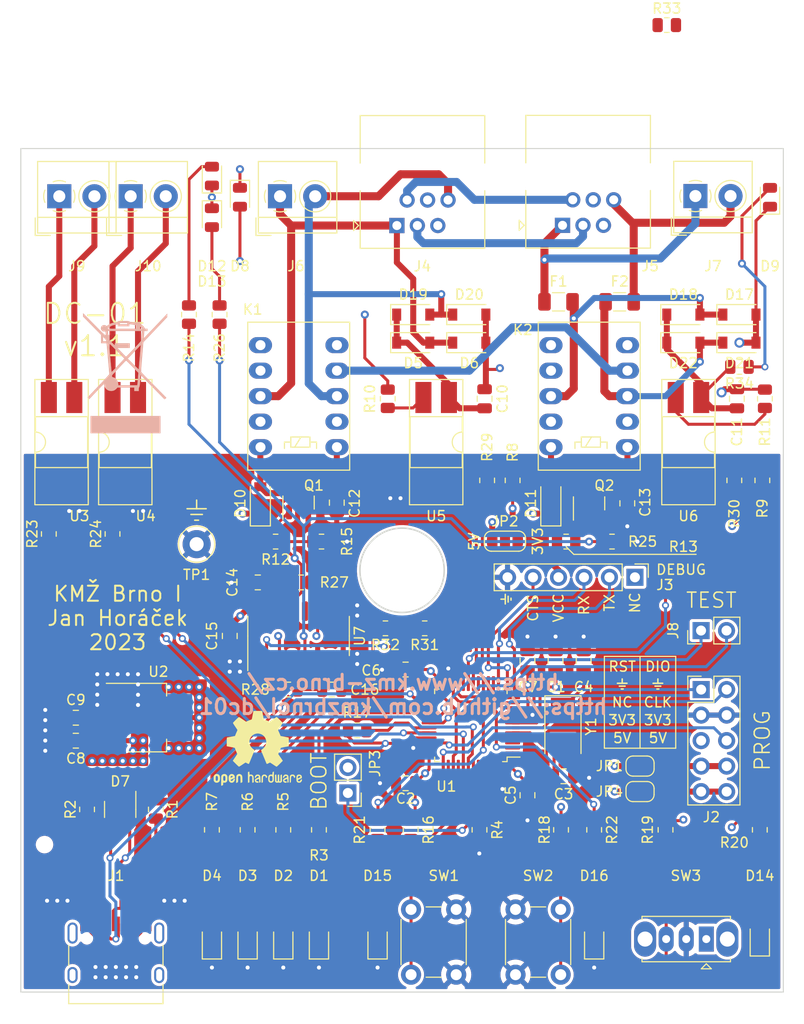
<source format=kicad_pcb>
(kicad_pcb (version 20211014) (generator pcbnew)
  (title_block (title "MTB-USB v4") (date "2021-03-24") (rev "4.1") (company "Model Railroader Club Brno I – KMŽ Brno I – https://kmz-brno.cz/") (comment 1 "Jan Horáček") (comment 2 "https://github.com/kmzbrnoI/mtb-usb-4-ele https://mtb.kmz-brno.cz/") (comment 3 "https://creativecommons.org/licenses/by-sa/4.0/") (comment 4 "Released under the Creative Commons Attribution-ShareAlike 4.0 License"))
  (layers (0 "F.Cu" mixed) (1 "In1.Cu" power) (2 "In2.Cu" mixed) (31 "B.Cu" mixed) (34 "B.Paste" user) (35 "F.Paste" user) (36 "B.SilkS" user "B.Silkscreen") (37 "F.SilkS" user "F.Silkscreen") (38 "B.Mask" user) (39 "F.Mask" user) (44 "Edge.Cuts" user))
  (net 0 "")
  (net 1 "RST")
  (net 2 "GND")
  (net 3 "+3V3")
  (net 4 "Net-(C3-Pad1)")
  (net 5 "Net-(C4-Pad2)")
  (net 6 "+5V")
  (net 7 "Net-(C10-Pad1)")
  (net 8 "Net-(C10-Pad2)")
  (net 9 "Net-(D1-Pad2)")
  (net 10 "Net-(D2-Pad2)")
  (net 11 "Net-(D3-Pad2)")
  (net 12 "Net-(D4-Pad2)")
  (net 13 "Net-(C11-Pad1)")
  (net 14 "Net-(C11-Pad2)")
  (net 15 "Net-(J1-PadA5)")
  (net 16 "USBD-")
  (net 17 "USBD+")
  (net 18 "Net-(J1-PadB5)")
  (net 20 "Net-(J2-Pad10)")
  (net 21 "Net-(J2-Pad7)")
  (net 22 "SWCLK")
  (net 23 "SWDIO")
  (net 24 "DBG_CTS")
  (net 25 "Net-(J3-Pad4)")
  (net 26 "DBG_RX")
  (net 27 "DBG_TX")
  (net 28 "Net-(C14-Pad1)")
  (net 29 "Net-(C16-Pad1)")
  (net 30 "/DCC cutting/J1")
  (net 31 "Net-(D8-Pad2)")
  (net 32 "Net-(D9-Pad2)")
  (net 33 "Net-(D10-Pad2)")
  (net 34 "Net-(D11-Pad2)")
  (net 35 "Net-(D12-Pad2)")
  (net 36 "Net-(D13-Pad2)")
  (net 37 "Net-(J8-Pad2)")
  (net 38 "Net-(J8-Pad1)")
  (net 39 "Net-(R17-Pad2)")
  (net 50 "/SW_OVERRIDE")
  (net 56 "Net-(D14-Pad2)")
  (net 57 "Net-(D15-Pad2)")
  (net 59 "Net-(D16-Pad2)")
  (net 61 "Net-(D17-Pad1)")
  (net 62 "/DCC cutting/K1")
  (net 63 "Net-(D21-Pad1)")
  (net 64 "/DCC cutting/J2")
  (net 65 "/DCC cutting/K2")
  (net 66 "/DCC cutting/TW2")
  (net 67 "/DCC cutting/TW3")
  (net 68 "/DCC cutting/TW4")
  (net 69 "/DCC cutting/TW5")
  (net 70 "Net-(J9-Pad1)")
  (net 71 "Net-(J9-Pad2)")
  (net 72 "Net-(J10-Pad1)")
  (net 73 "Net-(J10-Pad2)")
  (net 74 "/BOOT")
  (net 76 "Net-(K1-Pad4)")
  (net 77 "Net-(K1-Pad7)")
  (net 81 "Net-(Q1-Pad1)")
  (net 82 "Net-(Q2-Pad1)")
  (net 83 "/LED_GR")
  (net 84 "/LED_YEL")
  (net 85 "/LED_RED")
  (net 86 "/LED_BLUE")
  (net 87 "Net-(R29-Pad2)")
  (net 88 "Net-(R30-Pad1)")
  (net 89 "Net-(R10-Pad2)")
  (net 90 "Net-(R11-Pad2)")
  (net 91 "/DCC cutting/REL1CTRL")
  (net 92 "/DCC cutting/REL2CTRL")
  (net 93 "/SW_GO")
  (net 94 "/SW_STOP")
  (net 95 "/LED_GO")
  (net 96 "/LED_STOP")
  (net 97 "OUT_ALERT")
  (net 98 "Net-(R23-Pad2)")
  (net 99 "OUT_ON")
  (net 100 "Net-(R24-Pad2)")
  (net 101 "/IO1DCC")
  (net 102 "/IO2DCC")
  (net 104 "/REL1CTRL")
  (net 105 "/REL2CTRL")
  (footprint "Resistor_SMD:R_0805_2012Metric" (layer "F.Cu") (at 129.794 113.792 90)
    (fp_text reference "R3")
    (fp_text value "1k")
  )
  (footprint "Resistor_SMD:R_0805_2012Metric" (layer "F.Cu") (at 154.432 85.09)
    (fp_text reference "R13")
    (fp_text value "1k")
  )
  (footprint "Resistor_SMD:R_0805_2012Metric" (layer "F.Cu") (at 173.99 78.994 -90)
    (fp_text reference "R9")
    (fp_text value "10k")
  )
  (footprint "Resistor_SMD:R_0805_2012Metric" (layer "F.Cu") (at 145.796 113.792 90)
    (fp_text reference "R4")
    (fp_text value "10k")
  )
  (footprint "Connector_RJ:RJ25_Wayconn_MJEA-660X1_Horizontal" (layer "F.Cu") (at 154.072 53.594 180)
    (fp_text reference "J5")
    (fp_text value "RJ12")
  )
  (footprint "Resistor_SMD:R_0805_2012Metric" (layer "F.Cu") (at 174.244 70.866 -90)
    (fp_text reference "R11")
    (fp_text value "2k2")
  )
  (footprint "Resistor_SMD:R_0805_2012Metric" (layer "F.Cu") (at 138.938 113.792 90)
    (fp_text reference "R16")
    (fp_text value "10k")
  )
  (footprint "Resistor_SMD:R_0805_2012Metric" (layer "F.Cu") (at 106.68 111.76 90)
    (fp_text reference "R2")
    (fp_text value "5k1")
  )
  (footprint "Resistor_SMD:R_0805_2012Metric" (layer "F.Cu") (at 119.126 113.792 90)
    (fp_text reference "R7")
    (fp_text value "1k")
  )
  (footprint "Resistor_SMD:R_0805_2012Metric" (layer "F.Cu") (at 116.84 62.484 90)
    (fp_text reference "R14")
    (fp_text value "1k")
  )
  (footprint "Resistor_SMD:R_0805_2012Metric" (layer "F.Cu") (at 113.538 111.76 -90)
    (fp_text reference "R1")
    (fp_text value "5k1")
  )
  (footprint "Resistor_SMD:R_0805_2012Metric" (layer "F.Cu") (at 122.682 113.792 90)
    (fp_text reference "R6")
    (fp_text value "1k")
  )
  (footprint "Capacitor_SMD:C_0805_2012Metric" (layer "F.Cu") (at 171.45 70.866 -90)
    (fp_text reference "C11")
    (fp_text value "10n")
  )
  (footprint "Capacitor_SMD:C_0805_2012Metric" (layer "F.Cu") (at 160.528 81.28 -90)
    (fp_text reference "C13")
    (fp_text value "10u")
  )
  (footprint "Capacitor_SMD:C_0805_2012Metric" (layer "F.Cu") (at 123.698 89.154 180)
    (fp_text reference "C14")
    (fp_text value "100n")
  )
  (footprint "Capacitor_SMD:C_0805_2012Metric" (layer "F.Cu") (at 120.904 94.488 -90)
    (fp_text reference "C15")
    (fp_text value "100n")
  )
  (footprint "Capacitor_SMD:C_0805_2012Metric" (layer "F.Cu") (at 131.064 99.822)
    (fp_text reference "C16")
    (fp_text value "100n")
  )
  (footprint "LED_SMD:LED_0805_2012Metric" (layer "F.Cu") (at 126.238 124.968 90)
    (fp_text reference "D2")
    (fp_text value "YEL")
  )
  (footprint "LED_SMD:LED_0805_2012Metric" (layer "F.Cu") (at 122.682 124.968 90)
    (fp_text reference "D3")
    (fp_text value "RED")
  )
  (footprint "LED_SMD:LED_0805_2012Metric" (layer "F.Cu") (at 119.126 124.968 90)
    (fp_text reference "D4")
    (fp_text value "BLUE")
  )
  (footprint "Diode_SMD:D_SOD-123" (layer "F.Cu") (at 139.192 65.278)
    (fp_text reference "D5")
    (fp_text value "1N5819")
  )
  (footprint "Diode_SMD:D_SOD-123" (layer "F.Cu") (at 144.78 65.278)
    (fp_text reference "D6")
    (fp_text value "1N5819")
  )
  (footprint "Connector_USB:USB_C_Receptacle_HRO_TYPE-C-31-M-12" (layer "F.Cu") (at 109.552 127.202)
    (fp_text reference "J1")
    (fp_text value "USB_C_Receptacle_USB2.0")
  )
  (footprint "Package_SO:SOIC-16_3.9x9.9mm_P1.27mm" (layer "F.Cu") (at 127.762 94.488 90)
    (fp_text reference "U7")
    (fp_text value "74HC123")
  )
  (footprint "Package_DIP:DIP-4_W8.89mm_SMDSocket_LongPads" (layer "F.Cu") (at 166.624 75.184 -90)
    (fp_text reference "U6")
    (fp_text value "PC817")
  )
  (footprint "Package_DIP:DIP-4_W8.89mm_SMDSocket_LongPads" (layer "F.Cu") (at 110.49 75.184 90)
    (fp_text reference "U4")
    (fp_text value "PC817")
  )
  (footprint "Resistor_SMD:R_0805_2012Metric" (layer "F.Cu") (at 136.652 70.866 -90)
    (fp_text reference "R10")
    (fp_text value "2k2")
  )
  (footprint "Connector_RJ:RJ25_Wayconn_MJEA-660X1_Horizontal" (layer "F.Cu") (at 137.562 53.616 180)
    (fp_text reference "J4")
    (fp_text value "RJ12")
  )
  (footprint "Connector_PinHeader_2.54mm:PinHeader_1x02_P2.54mm_Vertical" (layer "F.Cu") (at 132.678 110.123 180)
    (fp_text reference "JP3")
    (fp_text value "Jumper")
  )
  (footprint "LED_SMD:LED_0805_2012Metric" (layer "F.Cu") (at 129.794 124.968 90)
    (fp_text reference "D1")
    (fp_text value "GR")
  )
  (footprint "Capacitor_SMD:C_0805_2012Metric" (layer "F.Cu") (at 131.572 81.214 -90)
    (fp_text reference "C12")
    (fp_text value "10u")
  )
  (footprint "Capacitor_SMD:C_0805_2012Metric" (layer "F.Cu") (at 105.562 104.916)
    (fp_text reference "C8")
    (fp_text value "10u")
  )
  (footprint "Capacitor_SMD:C_0805_2012Metric" (layer "F.Cu") (at 105.562 102.63 180)
    (fp_text reference "C9")
    (fp_text value "22u")
  )
  (footprint "Package_TO_SOT_SMD:SOT-223-3_TabPin2" (layer "F.Cu") (at 112.7 102.616)
    (fp_text reference "U2")
    (fp_text value "AMS1117-3.3")
  )
  (footprint "Resistor_SMD:R_0805_2012Metric" (layer "F.Cu") (at 126.238 113.792 90)
    (fp_text reference "R5")
    (fp_text value "1k")
  )
  (footprint "Capacitor_SMD:C_0805_2012Metric" (layer "F.Cu") (at 146.304 70.866 90)
    (fp_text reference "C10")
    (fp_text value "10n")
  )
  (footprint "Connector_PinHeader_2.54mm:PinHeader_1x06_P2.54mm_Vertical" (layer "F.Cu") (at 161.29 88.646 -90)
    (fp_text reference "J3")
    (fp_text value "Conn_01x06")
  )
  (footprint "Jumper:SolderJumper-3_P1.3mm_Open_RoundedPad1.0x1.5mm_NumberLabels" (layer "F.Cu") (at 148.336 85.048)
    (fp_text reference "JP2")
    (fp_text value "SolderJumper_3_Open")
  )
  (footprint "Package_DIP:DIP-4_W8.89mm_SMDSocket_LongPads" (layer "F.Cu") (at 104.14 75.184 90)
    (fp_text reference "U3")
    (fp_text value "PC817")
  )
  (footprint "Crystal:Crystal_SMD_5032-2Pin_5.0x3.2mm" (layer "F.Cu") (at 154.1135 103.496 -90)
    (fp_text reference "Y1")
    (fp_text value "8 MHz")
  )
  (footprint "Capacitor_SMD:C_0805_2012Metric" (layer "F.Cu") (at 138.43 109.156)
    (fp_text reference "C2")
    (fp_text value "100n")
  )
  (footprint "Capacitor_SMD:C_0805_2012Metric" (layer "F.Cu") (at 154.178 108.458)
    (fp_text reference "C3")
    (fp_text value "22p")
  )
  (footprint "Capacitor_SMD:C_0805_2012Metric" (layer "F.Cu") (at 156.178 96.964 -90)
    (fp_text reference "C4")
    (fp_text value "22p")
  )
  (footprint "Capacitor_SMD:C_0805_2012Metric" (layer "F.Cu") (at 150.578 110.348 90)
    (fp_text reference "C5")
    (fp_text value "100n")
  )
  (footprint "Capacitor_SMD:C_0805_2012Metric" (layer "F.Cu") (at 138.43 97.83)
    (fp_text reference "C6")
    (fp_text value "100n")
  )
  (footprint "Capacitor_SMD:C_0805_2012Metric" (layer "F.Cu") (at 150.578 96.948 -90)
    (fp_text reference "C7")
    (fp_text value "100n")
  )
  (footprint "Package_QFP:LQFP-48_7x7mm_P0.5mm" (layer "F.Cu") (at 144.9355 103.39 180)
    (fp_text reference "U1")
    (fp_text value "STM32F103C8Tx")
  )
  (footprint "Jumper:SolderJumper-2_P1.3mm_Open_RoundedPad1.0x1.5mm" (layer "F.Cu") (at 161.798 107.442)
    (fp_text reference "JP1")
    (fp_text value "SJ_2_Open")
  )
  (footprint "Jumper:SolderJumper-2_P1.3mm_Open_RoundedPad1.0x1.5mm" (layer "F.Cu") (at 161.798 109.982)
    (fp_text reference "JP4")
    (fp_text value "SJ_2_Open")
  )
  (footprint "Connector_PinHeader_2.54mm:PinHeader_2x05_P2.54mm_Vertical" (layer "F.Cu") (at 167.889 99.827)
    (fp_text reference "J2")
    (fp_text value "PROG/DEBUG")
  )
  (footprint "Resistor_SMD:R_0805_2012Metric" (layer "F.Cu") (at 149.098 78.994 -90)
    (fp_text reference "R8")
    (fp_text value "10k")
  )
  (footprint "Capacitor_SMD:C_0805_2012Metric" (layer "F.Cu") (at 153.378 96.964 -90)
    (fp_text reference "C1")
    (fp_text value "100n")
  )
  (footprint "TerminalBlock_4Ucon:TerminalBlock_4Ucon_1x02_P3.50mm_Horizontal" (layer "F.Cu") (at 167.318 50.678)
    (fp_text reference "J7")
    (fp_text value "MV132")
  )
  (footprint "Package_TO_SOT_SMD:SOT-23-6" (layer "F.Cu") (at 109.982 111.76 -90)
    (fp_text reference "D7")
    (fp_text value "ESDA6V1-5SC6")
  )
  (footprint "Connector_PinHeader_2.54mm:PinHeader_1x02_P2.54mm_Vertical" (layer "F.Cu") (at 167.878 93.948 90)
    (fp_text reference "J8")
    (fp_text value "Conn_01x02")
  )
  (footprint "TerminalBlock_4Ucon:TerminalBlock_4Ucon_1x02_P3.50mm_Horizontal" (layer "F.Cu") (at 125.916 50.7)
    (fp_text reference "J6")
    (fp_text value "MV132")
  )
  (footprint "Resistor_SMD:R_0805_2012Metric" (layer "F.Cu") (at 133.604 103.886)
    (fp_text reference "R17")
    (fp_text value "1k5")
  )
  (footprint "jlcpcb_tooling_holes:jlcpcb_tooling_holes" (layer "F.Cu") (at 102.44 115.264)
    (fp_text reference "H1" hide)
    (fp_text value "-" hide)
  )
  (footprint "jlcpcb_tooling_holes:jlcpcb_tooling_holes" (layer "F.Cu") (at 166.37 57.404)
    (fp_text reference "H2" hide)
    (fp_text value "-" hide)
  )
  (footprint "jlcpcb_tooling_holes:jlcpcb_tooling_holes" (layer "F.Cu") (at 101.854 57.658)
    (fp_text reference "H3" hide)
    (fp_text value "-" hide)
  )
  (footprint "Resistor_SMD:R_0805_2012Metric" (layer "F.Cu") (at 125.476 85.09)
    (fp_text reference "R12")
    (fp_text value "1k")
  )
  (footprint "Resistor_SMD:R_0805_2012Metric" (layer "F.Cu") (at 130.048 85.09)
    (fp_text reference "R15")
    (fp_text value "10k")
  )
  (footprint "LED_SMD:LED_0805_2012Metric" (layer "F.Cu") (at 121.92 50.8 -90)
    (fp_text reference "D8")
    (fp_text value "GR")
  )
  (footprint "Resistor_SMD:R_0805_2012Metric" (layer "F.Cu") (at 157.226 113.792 90)
    (fp_text reference "R22")
    (fp_text value "1k")
  )
  (footprint "Resistor_SMD:R_0805_2012Metric" (layer "F.Cu") (at 126.746 99.822)
    (fp_text reference "R28")
    (fp_text value "47k")
  )
  (footprint "Relay_THT:Relay_DPDT_FRT5" (layer "F.Cu") (at 131.587 75.687 180)
    (fp_text reference "K1")
    (fp_text value "AZ850-5")
  )
  (footprint "LED_SMD:LED_0805_2012Metric" (layer "F.Cu") (at 119.126 48.6895 90)
    (fp_text reference "D12")
    (fp_text value "BLUE")
  )
  (footprint "Resistor_SMD:R_0805_2012Metric" (layer "F.Cu") (at 109.22 84.328 90)
    (fp_text reference "R24")
    (fp_text value "470R")
  )
  (footprint "Resistor_SMD:R_0805_2012Metric" (layer "F.Cu") (at 173.736 113.792 90)
    (fp_text reference "R20")
    (fp_text value "1k")
  )
  (footprint "Fuse:Fuse_1206_3216Metric" (layer "F.Cu") (at 153.67 61.214 180)
    (fp_text reference "F1")
    (fp_text value "1A")
  )
  (footprint "Diode_SMD:D_SOD-123" (layer "F.Cu") (at 152.908 81.28 90)
    (fp_text reference "D11")
    (fp_text value "1N5819")
  )
  (footprint "LED_SMD:LED_0805_2012Metric" (layer "F.Cu") (at 174.752 50.8 90)
    (fp_text reference "D9")
    (fp_text value "GR")
  )
  (footprint "Resistor_SMD:R_0805_2012Metric" (layer "F.Cu") (at 171.704 67.691 180)
    (fp_text reference "R34")
    (fp_text value "22k")
  )
  (footprint "Resistor_SMD:R_0805_2012Metric" (layer "F.Cu") (at 128.016 89.154 180)
    (fp_text reference "R27")
    (fp_text value "47k")
  )
  (footprint "Resistor_SMD:R_0805_2012Metric" (layer "F.Cu") (at 171.196 78.994 -90)
    (fp_text reference "R30")
    (fp_text value "1k")
  )
  (footprint "Diode_SMD:D_SOD-123" (layer "F.Cu") (at 166.116 62.484)
    (fp_text reference "D18")
    (fp_text value "1N5819")
  )
  (footprint "TestPoint:TestPoint_Loop_D3.50mm_Drill1.4mm_Beaded" (layer "F.Cu") (at 117.602 85.344)
    (fp_text reference "TP1")
    (fp_text value "TestPoint")
  )
  (footprint "Diode_SMD:D_SOD-123" (layer "F.Cu") (at 171.704 62.484)
    (fp_text reference "D17")
    (fp_text value "1N5819")
  )
  (footprint "Resistor_SMD:R_0805_2012Metric" (layer "F.Cu") (at 164.465 33.655)
    (fp_text reference "R33")
    (fp_text value "22k")
  )
  (footprint "Diode_SMD:D_SOD-123" (layer "F.Cu") (at 139.192 62.484)
    (fp_text reference "D19")
    (fp_text value "1N5819")
  )
  (footprint "Symbol:OSHW-Logo2_9.8x8mm_SilkScreen" (layer "F.Cu") (at 123.698 105.664)
    (fp_text reference "REF**" hide)
    (fp_text value "OSHW-Logo2_9.8x8mm_SilkScreen" hide)
  )
  (footprint "Diode_SMD:D_SOD-123" (layer "F.Cu") (at 144.78 62.484)
    (fp_text reference "D20")
    (fp_text value "1N5819")
  )
  (footprint "LED_SMD:LED_0805_2012Metric" (layer "F.Cu") (at 135.636 124.968 90)
    (fp_text reference "D15")
    (fp_text value "GR")
  )
  (footprint "Resistor_SMD:R_0805_2012Metric" (layer "F.Cu") (at 159.004 85.09)
    (fp_text reference "R25")
    (fp_text value "10k")
  )
  (footprint "Diode_SMD:D_SOD-123" (layer "F.Cu") (at 171.704 65.278)
    (fp_text reference "D21")
    (fp_text value "1N5819")
  )
  (footprint "Resistor_SMD:R_0805_2012Metric" (layer "F.Cu") (at 153.924 113.792 90)
    (fp_text reference "R18")
    (fp_text value "10k")
  )
  (footprint "Button_Switch_THT:SW_Slide_1P2T_CK_OS102011MS2Q" (layer "F.Cu") (at 168.402 124.6705 180)
    (fp_text reference "SW3")
    (fp_text value "MFP 113 D")
  )
  (footprint "Package_DIP:DIP-4_W8.89mm_SMDSocket_LongPads" (layer "F.Cu") (at 141.478 75.184 -90)
    (fp_text reference "U5")
    (fp_text value "PC817")
  )
  (footprint "Resistor_SMD:R_0805_2012Metric" (layer "F.Cu") (at 102.87 84.328 90)
    (fp_text reference "R23")
    (fp_text value "470R")
  )
  (footprint "Resistor_SMD:R_0805_2012Metric" (layer "F.Cu") (at 136.4215 93.726 180)
    (fp_text reference "R32")
    (fp_text value "10k")
  )
  (footprint "LED_SMD:LED_0805_2012Metric" (layer "F.Cu") (at 119.126 52.832 -90)
    (fp_text reference "D13")
    (fp_text value "BLUE")
  )
  (footprint "Fuse:Fuse_1206_3216Metric" (layer "F.Cu") (at 159.766 61.214)
    (fp_text reference "F2")
    (fp_text value "1A")
  )
  (footprint "TerminalBlock_4Ucon:TerminalBlock_4Ucon_1x02_P3.50mm_Horizontal" (layer "F.Cu") (at 111.026 50.7)
    (fp_text reference "J10")
    (fp_text value "MV132")
  )
  (footprint "Resistor_SMD:R_0805_2012Metric" (layer "F.Cu") (at 146.558 78.994 90)
    (fp_text reference "R29")
    (fp_text value "1k")
  )
  (footprint "Resistor_SMD:R_0805_2012Metric" (layer "F.Cu") (at 135.636 113.792 90)
    (fp_text reference "R21")
    (fp_text value "1k")
  )
  (footprint "LED_SMD:LED_0805_2012Metric" (layer "F.Cu") (at 173.736 124.6705 90)
    (fp_text reference "D14")
    (fp_text value "YEL")
  )
  (footprint "LED_SMD:LED_0805_2012Metric" (layer "F.Cu") (at 157.226 124.968 90)
    (fp_text reference "D16")
    (fp_text value "RED")
  )
  (footprint "Diode_SMD:D_SOD-123" (layer "F.Cu") (at 166.116 65.278)
    (fp_text reference "D22")
    (fp_text value "1N5819")
  )
  (footprint "Button_Switch_THT:SW_PUSH_6mm_H4.3mm" (layer "F.Cu") (at 143.474 121.718 -90)
    (fp_text reference "SW1")
    (fp_text value "SW_Push")
  )
  (footprint "Relay_THT:Relay_DPDT_FRT5" (layer "F.Cu") (at 160.543 75.687 180)
    (fp_text reference "K2")
    (fp_text value "AZ850-5")
  )
  (footprint "Package_TO_SOT_SMD:SOT-23" (layer "F.Cu") (at 156.718 81.28 90)
    (fp_text reference "Q2")
    (fp_text value "2N7002")
  )
  (footprint "Resistor_SMD:R_0805_2012Metric" (layer "F.Cu") (at 164.338 113.792 90)
    (fp_text reference "R19")
    (fp_text value "10k")
  )
  (footprint "Button_Switch_THT:SW_PUSH_6mm_H4.3mm" (layer "F.Cu") (at 149.388 128.218 90)
    (fp_text reference "SW2")
    (fp_text value "SW_Push")
  )
  (footprint "Diode_SMD:D_SOD-123" (layer "F.Cu") (at 123.952 81.28 90)
    (fp_text reference "D10")
    (fp_text value "1N5819")
  )
  (footprint "Package_TO_SOT_SMD:SOT-23" (layer "F.Cu") (at 127.762 81.2015 90)
    (fp_text reference "Q1")
    (fp_text value "2N7002")
  )
  (footprint "Resistor_SMD:R_0805_2012Metric" (layer "F.Cu") (at 140.335 93.726)
    (fp_text reference "R31")
    (fp_text value "10k")
  )
  (footprint "TerminalBlock_4Ucon:TerminalBlock_4Ucon_1x02_P3.50mm_Horizontal" (layer "F.Cu") (at 103.914 50.7)
    (fp_text reference "J9")
    (fp_text value "MV132")
  )
  (footprint "Resistor_SMD:R_0805_2012Metric" (layer "F.Cu") (at 119.888 62.484 90)
    (fp_text reference "R26")
    (fp_text value "1k")
  )
  (footprint "Symbol:WEEE-Logo_8.4x12mm_SilkScreen" (layer "B.Cu") (at 110.49 68.326 180)
    (fp_text reference "REF**" hide)
    (fp_text value "WEEE-Logo_8.4x12mm_SilkScreen" hide)
  )
  (gr_line (start 165.354 105.664) (end 165.354 96.52) (layer "F.SilkS") (width 0.12))
  (gr_line (start 154.432 85.598) (end 155.194 86.36) (layer "F.SilkS") (width 0.12))
  (gr_line (start 158.242 105.664) (end 165.354 105.664) (layer "F.SilkS") (width 0.12))
  (gr_line (start 155.194 86.36) (end 167.386 86.36) (layer "F.SilkS") (width 0.12))
  (gr_line (start 158.242 96.52) (end 158.242 105.664) (layer "F.SilkS") (width 0.12))
  (gr_line (start 161.798 96.52) (end 161.798 105.664) (layer "F.SilkS") (width 0.12))
  (gr_line (start 165.354 96.52) (end 158.242 96.52) (layer "F.SilkS") (width 0.12))
  (gr_circle (center 138.078 87.948) (end 142.278 87.948) (layer "Edge.Cuts") (width 0.15) (fill none))
  (gr_line (start 100.078 45.948) (end 176.078 45.948) (layer "Edge.Cuts") (width 0.1))
  (gr_line (start 100.078 129.948) (end 100.078 45.948) (layer "Edge.Cuts") (width 0.1))
  (gr_line (start 176.078 45.948) (end 176.078 129.948) (layer "Edge.Cuts") (width 0.1))
  (gr_line (start 176.078 129.948) (end 100.078 129.948) (layer "Edge.Cuts") (width 0.1))
  (gr_text "https://www.kmz-brno.cz/\nhttps://github.com/kmzbrnoI/dc01" (at 138.176 100.33) (layer "B.SilkS") (effects (font (size 1.5 1.5) (thickness 0.3)) (justify mirror)))
  (gr_text "⏚" (at 117.602 82.042) (layer "F.SilkS") (effects (font (size 2 2))))
  (gr_text "VCC" (at 153.67 91.694 90) (layer "F.SilkS") (effects (font (size 1 1))))
  (gr_text "PROG" (at 173.99 104.902 90) (layer "F.SilkS") (effects (font (size 1.5 1.5))))
  (gr_text "CLK" (at 163.576 101.092) (layer "F.SilkS") (effects (font (size 1 1))))
  (gr_text "NC" (at 161.29 91.186 90) (layer "F.SilkS") (effects (font (size 1 1))))
  (gr_text "5V" (at 163.576 104.648) (layer "F.SilkS") (effects (font (size 1 1))))
  (gr_text "KMŽ Brno I\nJan Horáček\n2023" (at 109.728 92.71) (layer "F.SilkS") (effects (font (size 1.5 1.5) (thickness 0.2))))
  (gr_text "5V" (at 160.02 104.648) (layer "F.SilkS") (effects (font (size 1 1))))
  (gr_text "BOOT" (at 129.794 108.966 90) (layer "F.SilkS") (effects (font (size 1.5 1.5))))
  (gr_text "DC-01\nv1.1" (at 107.442 64.008) (layer "F.SilkS") (effects (font (size 2 2) (thickness 0.2))))
  (gr_text "3V3" (at 160.02 102.87) (layer "F.SilkS") (effects (font (size 1 1))))
  (gr_text "CTS" (at 151.13 91.694 90) (layer "F.SilkS") (effects (font (size 1 1))))
  (gr_text "3V3" (at 163.576 102.87) (layer "F.SilkS") (effects (font (size 1 1))))
  (gr_text "⏚" (at 160.02 99.314) (layer "F.SilkS") (effects (font (size 1 1))))
  (gr_text "RX" (at 156.21 91.44 90) (layer "F.SilkS") (effects (font (size 1 1))))
  (gr_text "⏚" (at 148.482 90.822 90) (layer "F.SilkS") (effects (font (size 1 1))))
  (gr_text "NC" (at 160.02 101.092) (layer "F.SilkS") (effects (font (size 1 1))))
  (gr_text "⏚" (at 163.576 99.314) (layer "F.SilkS") (effects (font (size 1 1))))
  (gr_text "TEST" (at 168.91 90.932) (layer "F.SilkS") (effects (font (size 1.5 1.5))))
  (gr_text "RST" (at 160.02 97.536) (layer "F.SilkS") (effects (font (size 1 1))))
  (gr_text "TX" (at 158.75 91.186 90) (layer "F.SilkS") (effects (font (size 1 1))))
  (gr_text "DEBUG" (at 163.322 87.884) (layer "F.SilkS") (effects (font (size 1 1)) (justify left)))
  (gr_text "DIO" (at 163.576 97.536) (layer "F.SilkS") (effects (font (size 1 1))))
  (segment (start 149.098 103.14) (end 151.486 103.14) (width 0.3) (layer "F.Cu") (net 1))
  (segment (start 151.8275 100.0135) (end 152.273 99.568) (width 0.3) (layer "F.Cu") (net 1))
  (segment (start 152.273 99.568) (end 153.416 99.568) (width 0.3) (layer "F.Cu") (net 1))
  (segment (start 151.486 103.14) (end 151.8275 102.7985) (width 0.3) (layer "F.Cu") (net 1))
  (segment (start 151.8275 102.7985) (end 151.8275 100.0135) (width 0.3) (layer "F.Cu") (net 1))
  (segment (start 153.378 97.914) (end 153.416 97.952) (width 0.3) (layer "F.Cu") (net 1))
  (segment (start 153.416 97.952) (end 153.416 99.568) (width 0.3) (layer "F.Cu") (net 1))
  (via (at 153.416 99.568) (size 0.8) (drill 0.4) (layers "F.Cu" "B.Cu") (net 1))
  (segment (start 153.675 99.827) (end 153.416 99.568) (width 0.3) (layer "B.Cu") (net 1))
  (segment (start 167.889 99.827) (end 153.675 99.827) (width 0.3) (layer "B.Cu") (net 1))
  (segment (start 142.6855 99.2275) (end 142.6855 97.728) (width 0.3) (layer "F.Cu") (net 2))
  (segment (start 149.098 102.64) (end 150.786 102.64) (width 0.3) (layer "F.Cu") (net 2))
  (segment (start 119.126 50.8) (end 119.126 51.8945) (width 0.3) (layer "F.Cu") (net 2))
  (segment (start 119.126 49.627) (end 119.126 50.8) (width 0.3) (layer "F.Cu") (net 2))
  (segment (start 140.3695 105.64) (end 139.192 105.64) (width 0.3) (layer "F.Cu") (net 2))
  (segment (start 147.1855 108.8315) (end 147.1855 107.5525) (width 0.3) (layer "F.Cu") (net 2))
  (segment (start 150.786 102.64) (end 151.078 102.348) (width 0.3) (layer "F.Cu") (net 2))
  (segment (start 148.082 109.728) (end 147.1855 108.8315) (width 0.3) (layer "F.Cu") (net 2))
  (via (at 115.394 120.852) (size 0.8) (drill 0.4) (layers "F.Cu" "B.Cu") (net 2))
  (via (at 108.710599 98.291325) (size 0.8) (drill 0.4) (layers "F.Cu" "B.Cu") (net 2))
  (via (at 111.76 98.298) (size 0.8) (drill 0.4) (layers "F.Cu" "B.Cu") (net 2))
  (via (at 110.744 98.298) (size 0.8) (drill 0.4) (layers "F.Cu" "B.Cu") (net 2))
  (via (at 104.902 82.042) (size 0.8) (drill 0.4) (layers "F.Cu" "B.Cu") (net 2))
  (via (at 111.252 82.042) (size 0.8) (drill 0.4) (layers "F.Cu" "B.Cu") (net 2))
  (via (at 102.694 120.852) (size 0.8) (drill 0.4) (layers "F.Cu" "B.Cu") (net 2))
  (via (at 120.904 98.044) (size 0.8) (drill 0.4) (layers "F.Cu" "B.Cu") (net 2))
  (via (at 122.682 127.508) (size 0.8) (drill 0.4) (layers "F.Cu" "B.Cu") (net 2))
  (via (at 150.578 112.848) (size 0.8) (drill 0.4) (layers "F.Cu" "B.Cu") (net 2))
  (via (at 121.92 97.028) (size 0.8) (drill 0.4) (layers "F.Cu" "B.Cu") (net 2))
  (via (at 110.568 128.472) (size 0.8) (drill 0.4) (layers "F.Cu" "B.Cu") (net 2))
  (via (at 104.726 120.852) (size 0.8) (drill 0.4) (layers "F.Cu" "B.Cu") (net 2))
  (via (at 112.268 82.042) (size 0.8) (drill 0.4) (layers "F.Cu" "B.Cu") (net 2))
  (via (at 156.72 108.612) (size 0.8) (drill 0.4) (layers "F.Cu" "B.Cu") (net 2))
  (via (at 110.568 127.456) (size 0.8) (drill 0.4) (layers "F.Cu" "B.Cu") (net 2))
  (via (at 107.52 127.456) (size 0.8) (drill 0.4) (layers "F.Cu" "B.Cu") (net 2))
  (via (at 102.514 105.918) (size 0.8) (drill 0.4) (layers "F.Cu" "B.Cu") (net 2))
  (via (at 137.922 80.772) (size 0.8) (drill 0.4) (layers "F.Cu" "B.Cu") (net 2))
  (via (at 151.078 102.348) (size 0.8) (drill 0.4) (layers "F.Cu" "B.Cu") (net 2))
  (via (at 111.76 101.36) (size 0.8) (drill 0.4) (layers "F.Cu" "B.Cu") (net 2))
  (via (at 135.636 127.508) (size 0.8) (drill 0.4) (layers "F.Cu" "B.Cu") (net 2))
  (via (at 107.696 99.314) (size 0.8) (drill 0.4) (layers "F.Cu" "B.Cu") (net 2))
  (via (at 148.082 109.728) (size 0.8) (drill 0.4) (layers "F.Cu" "B.Cu") (net 2))
  (via (at 102.514 104.902) (size 0.8) (drill 0.4) (layers "F.Cu" "B.Cu") (net 2))
  (via (at 119.126 127.508) (size 0.8) (drill 0.4) (layers "F.Cu" "B.Cu") (net 2))
  (via (at 136.078 97.848) (size 0.8) (drill 0.4) (layers "F.Cu" "B.Cu") (net 2))
  (via (at 121.92 98.044) (size 0.8) (drill 0.4) (layers "F.Cu" "B.Cu") (net 2))
  (via (at 139.192 105.64) (size 0.8) (drill 0.4) (layers "F.Cu" "B.Cu") (net 2))
  (via (at 116.41 120.852) (size 0.8) (drill 0.4) (layers "F.Cu" "B.Cu") (net 2))
  (via (at 111.76 99.314) (size 0.8) (drill 0.4) (layers "F.Cu" "B.Cu") (net 2))
  (via (at 105.918 82.042) (size 0.8) (drill 0.4) (layers "F.Cu" "B.Cu") (net 2))
  (via (at 108.536 128.472) (size 0.8) (drill 0.4) (layers "F.Cu" "B.Cu") (net 2))
  (via (at 156.178 94.548) (size 0.8) (drill 0.4) (layers "F.Cu" "B.Cu") (net 2))
  (via (at 150.578 94.548) (size 0.8) (drill 0.4) (layers "F.Cu" "B.Cu") (net 2))
  (via (at 142.6855 97.728) (size 0.8) (drill 0.4) (layers "F.Cu" "B.Cu") (net 2))
  (via (at 109.552 128.472) (size 0.8) (drill 0.4) (layers "F.Cu" "B.Cu") (net 2))
  (via (at 132.588 85.09) (size 0.8) (drill 0.4) (layers "F.Cu" "B.Cu") (net 2))
  (via (at 120.904 97.028) (size 0.8) (drill 0.4) (layers "F.Cu" "B.Cu") (net 2))
  (via (at 133.604 97.282) (size 0.8) (drill 0.4) (layers "F.Cu" "B.Cu") (net 2))
  (via (at 133.604 96.266) (size 0.8) (drill 0.4) (layers "F.Cu" "B.Cu") (net 2))
  (via (at 114.378 120.852) (size 0.8) (drill 0.4) (layers "F.Cu" "B.Cu") (net 2))
  (via (at 109.552 127.456) (size 0.8) (drill 0.4) (layers "F.Cu" "B.Cu") (net 2))
  (via (at 160.528 83.566) (size 0.8) (drill 0.4) (layers "F.Cu" "B.Cu") (net 2))
  (via (at 145.778 116.148) (size 0.8) (drill 0.4) (layers "F.Cu" "B.Cu") (net 2))
  (via (at 103.71 120.852) (size 0.8) (drill 0.4) (layers "F.Cu" "B.Cu") (net 2))
  (via (at 133.604 92.456) (size 0.8) (drill 0.4) (layers "F.Cu" "B.Cu") (net 2))
  (via (at 157.226 127.508) (size 0.8) (drill 0.4) (layers "F.Cu" "B.Cu") (net 2))
  (via (at 135.878 109.148) (size 0.8) (drill 0.4) (layers "F.Cu" "B.Cu") (net 2))
  (via (at 161.544 85.09) (size 0.8) (drill 0.4) (layers "F.Cu" "B.Cu") (net 2))
  (via (at 102.514 101.854) (size 0.8) (drill 0.4) (layers "F.Cu" "B.Cu") (net 2))
  (via (at 107.696 98.298) (size 0.8) (drill 0.4) (layers "F.Cu" "B.Cu") (net 2))
  (via (at 153.378 94.548) (size 0.8) (drill 0.4) (layers "F.Cu" "B.Cu") (net 2))
  (via (at 108.536 127.456) (size 0.8) (drill 0.4) (layers "F.Cu" "B.Cu") (net 2))
  (via (at 133.604 91.44) (size 0.8) (drill 0.4) (layers "F.Cu" "B.Cu") (net 2))
  (via (at 107.696 101.346) (size 0.8) (drill 0.4) (layers "F.Cu" "B.Cu") (net 2))
  (via (at 102.514 102.87) (size 0.8) (drill 0.4) (layers "F.Cu" "B.Cu") (net 2))
  (via (at 126.238 127.508) (size 0.8) (drill 0.4) (layers "F.Cu" "B.Cu") (net 2))
  (via (at 111.584 128.472) (size 0.8) (drill 0.4) (layers "F.Cu" "B.Cu") (net 2))
  (via (at 107.696 100.33) (size 0.8) (drill 0.4) (layers "F.Cu" "B.Cu") (net 2))
  (via (at 119.126 50.8) (size 0.8) (drill 0.4) (layers "F.Cu" "B.Cu") (net 2))
  (via (at 109.728 98.298) (size 0.8) (drill 0.4) (layers "F.Cu" "B.Cu") (net 2))
  (via (at 107.52 128.472) (size 0.8) (drill 0.4) (layers "F.Cu" "B.Cu") (net 2))
  (via (at 129.794 127.508) (size 0.8) (drill 0.4) (layers "F.Cu" "B.Cu") (net 2))
  (via (at 111.584 127.456) (size 0.8) (drill 0.4) (layers "F.Cu" "B.Cu") (net 2))
  (via (at 136.906 80.772) (size 0.8) (drill 0.4) (layers "F.Cu" "B.Cu") (net 2))
  (via (at 102.514 103.886) (size 0.8) (drill 0.4) (layers "F.Cu" "B.Cu") (net 2))
  (via (at 121.07593 89.176195) (size 0.8) (drill 0.4) (layers "F.Cu" "B.Cu") (net 2))
  (via (at 111.76 100.344) (size 0.8) (drill 0.4) (layers "F.Cu" "B.Cu") (net 2))
  (segment (start 149.098 102.14) (end 150.2075 102.14) (width 0.3) (layer "F.Cu") (net 3))
  (segment (start 150.5575 109.156) (end 149.62575 108.22425) (width 0.3) (layer "F.Cu") (net 3))
  (segment (start 150.2075 102.14) (end 150.6235 101.724) (width 0.3) (layer "F.Cu") (net 3))
  (segment (start 147.8295 107.6965) (end 147.6855 107.5525) (width 0.3) (layer "F.Cu") (net 3))
  (segment (start 149.098 107.6965) (end 149.098 106.14) (width 0.3) (layer "F.Cu") (net 3))
  (segment (start 150.6235 101.724) (end 150.6235 99.3525) (width 0.3) (layer "F.Cu") (net 3))
  (segment (start 149.098 107.6965) (end 147.8295 107.6965) (width 0.3) (layer "F.Cu") (net 3))
  (segment (start 153.924 112.8795) (end 153.924 111.506) (width 0.3) (layer "F.Cu") (net 3))
  (segment (start 149.636 83.206) (end 149.098 82.668) (width 0.6) (layer "F.Cu") (net 3))
  (segment (start 129.667 89.8925) (end 128.9285 89.154) (width 0.3) (layer "F.Cu") (net 3))
  (segment (start 149.098 82.668) (end 149.098 81.788) (width 0.6) (layer "F.Cu") (net 3))
  (segment (start 125.8335 96.9865) (end 125.857 96.963) (width 0.3) (layer "F.Cu") (net 3))
  (segment (start 125.8335 99.822) (end 125.8335 96.9865) (width 0.3) (layer "F.Cu") (net 3))
  (segment (start 140.788 97.83) (end 140.938 97.98) (width 0.3) (layer "F.Cu") (net 3))
  (segment (start 149.098 79.9065) (end 149.098 81.788) (width 0.3) (layer "F.Cu") (net 3))
  (segment (start 173.99 80.536) (end 170.978 83.548) (width 0.3) (layer "F.Cu") (net 3))
  (segment (start 140.938 97.98) (end 142.1855 99.2275) (width 0.3) (layer "F.Cu") (net 3))
  (segment (start 123.317 92.013) (end 122.429 92.013) (width 0.6) (layer "F.Cu") (net 3))
  (segment (start 139.38 109.156) (end 139.38 111.064) (width 0.3) (layer "F.Cu") (net 3))
  (segment (start 150.6235 99.3525) (end 150.6235 97.98) (width 0.3) (layer "F.Cu") (net 3))
  (segment (start 139.38 97.83) (end 140.788 97.83) (width 0.3) (layer "F.Cu") (net 3))
  (segment (start 115.864 102.63) (end 115.85 102.616) (width 0.6) (layer "F.Cu") (net 3))
  (segment (start 121.953 92.489) (end 120.904 93.538) (width 0.6) (layer "F.Cu") (net 3))
  (segment (start 149.62575 108.22425) (end 149.098 107.6965) (width 0.3) (layer "F.Cu") (net 3))
  (segment (start 129.667 92.013) (end 129.667 89.8925) (width 0.3) (layer "F.Cu") (net 3))
  (segment (start 129.667 92.013) (end 129.667 94.361) (width 0.3) (layer "F.Cu") (net 3))
  (segment (start 109.55 102.616) (end 115.85 102.616) (width 0.7) (layer "F.Cu") (net 3))
  (segment (start 125.857 96.963) (end 125.857 94.615) (width 0.3) (layer "F.Cu") (net 3))
  (segment (start 171.6005 112.8795) (end 173.736 112.8795) (width 0.3) (layer "F.Cu") (net 3))
  (segment (start 140.377 108.159) (end 139.38 109.156) (width 0.3) (layer "F.Cu") (net 3))
  (segment (start 166.0125 112.8795) (end 166.116 112.776) (width 0.3) (layer "F.Cu") (net 3))
  (segment (start 140.773 106.14) (end 140.773 107.763) (width 0.3) (layer "F.Cu") (net 3))
  (segment (start 125.857 94.615) (end 125.73 94.488) (width 0.3) (layer "F.Cu") (net 3))
  (segment (start 106.526 102.616) (end 106.512 102.63) (width 0.7) (layer "F.Cu") (net 3))
  (segment (start 170.942 113.538) (end 171.6005 112.8795) (width 0.3) (layer "F.Cu") (net 3))
  (segment (start 173.99 79.9065) (end 173.99 80.536) (width 0.3) (layer "F.Cu") (net 3))
  (segment (start 140.773 107.763) (end 140.377 108.159) (width 0.3) (layer "F.Cu") (net 3))
  (segment (start 149.636 85.048) (end 149.636 83.206) (width 0.6) (layer "F.Cu") (net 3))
  (segment (start 122.429 92.013) (end 121.953 92.489) (width 0.6) (layer "F.Cu") (net 3))
  (segment (start 139.38 112.4375) (end 138.938 112.8795) (width 0.3) (layer "F.Cu") (net 3))
  (segment (start 161.148 107.442) (end 159.258 107.442) (width 0.6) (layer "F.Cu") (net 3))
  (segment (start 109.55 102.616) (end 106.526 102.616) (width 0.7) (layer "F.Cu") (net 3))
  (segment (start 139.38 111.064) (end 139.38 112.4375) (width 0.3) (layer "F.Cu") (net 3))
  (segment (start 129.667 94.361) (end 129.54 94.488) (width 0.3) (layer "F.Cu") (net 3))
  (segment (start 164.338 112.8795) (end 166.0125 112.8795) (width 0.3) (layer "F.Cu") (net 3))
  (via (at 140.938 97.98) (size 0.8) (drill 0.4) (layers "F.Cu" "B.Cu") (net 3))
  (via (at 140.377 108.159) (size 0.8) (drill 0.4) (layers "F.Cu" "B.Cu") (net 3))
  (via (at 114.808 105.664) (size 0.8) (drill 0.4) (layers "F.Cu" "B.Cu") (net 3))
  (via (at 150.6235 99.3525) (size 0.8) (drill 0.4) (layers "F.Cu" "B.Cu") (net 3))
  (via (at 121.953 92.489) (size 0.8) (drill 0.4) (layers "F.Cu" "B.Cu") (net 3))
  (via (at 159.258 107.442) (size 0.8) (drill 0.4) (layers "F.Cu" "B.Cu") (net 3))
  (via (at 115.812175 99.564522) (size 0.8) (drill 0.4) (layers "F.Cu" "B.Cu") (net 3))
  (via (at 115.824 105.664) (size 0.8) (drill 0.4) (layers "F.Cu" "B.Cu") (net 3))
  (via (at 139.38 111.064) (size 0.8) (drill 0.4) (layers "F.Cu" "B.Cu") (net 3))
  (via (at 170.978 83.548) (size 0.8) (drill 0.4) (layers "F.Cu" "B.Cu") (net 3))
  (via (at 116.84 99.568) (size 0.8) (drill 0.4) (layers "F.Cu" "B.Cu") (net 3))
  (via (at 117.856 100.584) (size 0.8) (drill 0.4) (layers "F.Cu" "B.Cu") (net 3))
  (via (at 149.098 81.788) (size 0.8) (drill 0.4) (layers "F.Cu" "B.Cu") (net 3))
  (via (at 116.834087 105.658608) (size 0.8) (drill 0.4) (layers "F.Cu" "B.Cu") (net 3))
  (via (at 117.856 102.616) (size 0.8) (drill 0.4) (layers "F.Cu" "B.Cu") (net 3))
  (via (at 125.73 94.488) (size 0.8) (drill 0.4) (layers "F.Cu" "B.Cu") (net 3))
  (via (at 117.856 103.632) (size 0.8) (drill 0.4) (layers "F.Cu" "B.Cu") (net 3))
  (via (at 117.856 101.6) (size 0.8) (drill 0.4) (layers "F.Cu" "B.Cu") (net 3))
  (via (at 129.54 94.488) (size 0.8) (drill 0.4) (layers "F.Cu" "B.Cu") (net 3))
  (via (at 117.856 104.648) (size 0.8) (drill 0.4) (layers "F.Cu" "B.Cu") (net 3))
  (via (at 149.62575 108.22425) (size 0.8) (drill 0.4) (layers "F.Cu" "B.Cu") (net 3))
  (via (at 170.942 113.538) (size 0.8) (drill 0.4) (layers "F.Cu" "B.Cu") (net 3))
  (via (at 166.116 112.776) (size 0.8) (drill 0.4) (layers "F.Cu" "B.Cu") (net 3))
  (via (at 117.856 105.664) (size 0.8) (drill 0.4) (layers "F.Cu" "B.Cu") (net 3))
  (via (at 114.808 99.568) (size 0.8) (drill 0.4) (layers "F.Cu" "B.Cu") (net 3))
  (via (at 117.856 99.568) (size 0.8) (drill 0.4) (layers "F.Cu" "B.Cu") (net 3))
  (via (at 153.924 111.506) (size 0.8) (drill 0.4) (layers "F.Cu" "B.Cu") (net 3))
  (segment (start 153.228 106.2315) (end 154.1135 105.346) (width 0.3) (layer "F.Cu") (net 4))
  (segment (start 152.042 105.346) (end 154.1135 105.346) (width 0.3) (layer "F.Cu") (net 4))
  (segment (start 150.836 104.14) (end 152.042 105.346) (width 0.3) (layer "F.Cu") (net 4))
  (segment (start 149.098 104.14) (end 150.836 104.14) (width 0.3) (layer "F.Cu") (net 4))
  (segment (start 153.228 108.458) (end 153.228 106.2315) (width 0.3) (layer "F.Cu") (net 4))
  (segment (start 149.098 103.64) (end 152.1195 103.64) (width 0.3) (layer "F.Cu") (net 5))
  (segment (start 152.1195 103.64) (end 154.1135 101.646) (width 0.3) (layer "F.Cu") (net 5))
  (segment (start 156.178 97.914) (end 156.178 99.5815) (width 0.3) (layer "F.Cu") (net 5))
  (segment (start 156.178 99.5815) (end 154.1135 101.646) (width 0.3) (layer "F.Cu") (net 5))
  (segment (start 131.572 80.264) (end 131.572 75.702) (width 0.6) (layer "F.Cu") (net 6))
  (segment (start 123.327 82.305) (end 123.952 82.93) (width 0.6) (layer "F.Cu") (net 6))
  (segment (start 161.148 109.982) (end 159.258 109.982) (width 0.6) (layer "F.Cu") (net 6))
  (segment (start 122.183 82.305) (end 123.327 82.305) (width 0.6) (layer "F.Cu") (net 6))
  (segment (start 152.283 82.305) (end 152.908 82.93) (width 0.6) (layer "F.Cu") (net 6))
  (segment (start 107.102 123.968998) (end 108.811002 125.678) (width 0.4) (layer "F.Cu") (net 6))
  (segment (start 109.55 104.916) (end 106.512 104.916) (width 0.7) (layer "F.Cu") (net 6))
  (segment (start 160.543 80.315) (end 160.528 80.33) (width 0.6) (layer "F.Cu") (net 6))
  (segment (start 110.314 125.678) (end 110.77999 125.21201) (width 0.4) (layer "F.Cu") (net 6))
  (segment (start 107.102 123.157) (end 107.102 119.164) (width 0.6) (layer "F.Cu") (net 6))
  (segment (start 104.98 117.042) (end 104.98 108.126) (width 0.6) (layer "F.Cu") (net 6))
  (segment (start 160.543 75.687) (end 160.543 80.315) (width 0.6) (layer "F.Cu") (net 6))
  (segment (start 112.002 123.997) (end 112.002 123.157) (width 0.4) (layer "F.Cu") (net 6))
  (segment (start 107.102 123.157) (end 107.102 123.968998) (width 0.4) (layer "F.Cu") (net 6))
  (segment (start 147.066 85.018) (end 147.036 85.048) (width 0.6) (layer "F.Cu") (net 6))
  (segment (start 151.139 82.305) (end 152.283 82.305) (width 0.6) (layer "F.Cu") (net 6))
  (segment (start 108.811002 125.678) (end 110.314 125.678) (width 0.4) (layer "F.Cu") (net 6))
  (segment (start 107.102 119.164) (end 104.98 117.042) (width 0.6) (layer "F.Cu") (net 6))
  (segment (start 110.77999 125.21201) (end 110.78699 125.21201) (width 0.4) (layer "F.Cu") (net 6))
  (segment (start 110.78699 125.21201) (end 112.002 123.997) (width 0.4) (layer "F.Cu") (net 6))
  (segment (start 106.512 106.594) (end 106.512 104.916) (width 0.6) (layer "F.Cu") (net 6))
  (segment (start 131.572 75.702) (end 131.587 75.687) (width 0.6) (layer "F.Cu") (net 6))
  (segment (start 104.98 108.126) (end 106.512 106.594) (width 0.6) (layer "F.Cu") (net 6))
  (segment (start 147.066 83.148) (end 147.066 85.018) (width 0.6) (layer "F.Cu") (net 6))
  (via (at 111.252 104.902) (size 0.8) (drill 0.4) (layers "F.Cu" "B.Cu") (net 6))
  (via (at 112.268 105.918) (size 0.8) (drill 0.4) (layers "F.Cu" "B.Cu") (net 6))
  (via (at 108.204 106.934) (size 0.8) (drill 0.4) (layers "F.Cu" "B.Cu") (net 6))
  (via (at 111.252 106.934) (size 0.8) (drill 0.4) (layers "F.Cu" "B.Cu") (net 6))
  (via (at 159.258 109.982) (size 0.8) (drill 0.4) (layers "F.Cu" "B.Cu") (net 6))
  (via (at 112.268 106.934) (size 0.8) (drill 0.4) (layers "F.Cu" "B.Cu") (net 6))
  (via (at 112.268 104.902) (size 0.8) (drill 0.4) (layers "F.Cu" "B.Cu") (net 6))
  (via (at 147.066 83.148) (size 0.8) (drill 0.4) (layers "F.Cu" "B.Cu") (net 6))
  (via (at 122.183 82.305) (size 0.8) (drill 0.4) (layers "F.Cu" "B.Cu") (net 6))
  (via (at 107.188 106.934) (size 0.8) (drill 0.4) (layers "F.Cu" "B.Cu") (net 6))
  (via (at 151.139 82.305) (size 0.8) (drill 0.4) (layers "F.Cu" "B.Cu") (net 6))
  (via (at 110.236 106.934) (size 0.8) (drill 0.4) (layers "F.Cu" "B.Cu") (net 6))
  (via (at 109.22 106.934) (size 0.8) (drill 0.4) (layers "F.Cu" "B.Cu") (net 6))
  (via (at 111.252 105.918) (size 0.8) (drill 0.4) (layers "F.Cu" "B.Cu") (net 6))
  (segment (start 143.825 71.816) (end 142.748 70.739) (width 0.6) (layer "F.Cu") (net 7))
  (segment (start 137.542 65.278) (end 137.542 62.484) (width 0.6) (layer "F.Cu") (net 7))
  (segment (start 138.592 65.278) (end 142.748 69.434) (width 0.6) (layer "F.Cu") (net 7))
  (segment (start 146.304 71.816) (end 143.825 71.816) (width 0.6) (layer "F.Cu") (net 7))
  (segment (start 142.748 69.434) (end 142.748 70.739) (width 0.6) (layer "F.Cu") (net 7))
  (segment (start 137.542 65.278) (end 138.592 65.278) (width 0.6) (layer "F.Cu") (net 7))
  (segment (start 146.43 67.944) (end 146.43 69.79) (width 0.6) (layer "F.Cu") (net 8))
  (segment (start 121.92 49.8625) (end 121.92 48.006) (width 0.3) (layer "F.Cu") (net 8))
  (segment (start 146.43 65.278) (end 146.43 62.484) (width 0.6) (layer "F.Cu") (net 8))
  (segment (start 146.43 65.278) (end 146.43 67.944) (width 0.6) (layer "F.Cu") (net 8))
  (segment (start 147.702 67.944) (end 146.43 67.944) (width 0.3) (layer "F.Cu") (net 8))
  (segment (start 147.828 67.818) (end 147.702 67.944) (width 0.3) (layer "F.Cu") (net 8))
  (segment (start 146.43 69.79) (end 146.304 69.916) (width 0.6) (layer "F.Cu") (net 8))
  (via (at 121.92 48.006) (size 0.8) (drill 0.4) (layers "F.Cu" "B.Cu") (net 8))
  (via (at 147.828 67.818) (size 0.8) (drill 0.4) (layers "F.Cu" "B.Cu") (net 8))
  (segment (start 129.794 114.7045) (end 129.794 124.0305) (width 0.3) (layer "F.Cu") (net 9))
  (segment (start 126.238 124.0305) (end 126.238 114.7045) (width 0.3) (layer "F.Cu") (net 10))
  (segment (start 122.682 114.7045) (end 122.682 124.0305) (width 0.3) (layer "F.Cu") (net 11))
  (segment (start 119.126 124.0305) (end 119.126 114.7045) (width 0.3) (layer "F.Cu") (net 12))
  (segment (start 171.45 69.916) (end 170.241 69.916) (width 0.6) (layer "F.Cu") (net 13))
  (segment (start 173.354 65.278) (end 173.354 62.484) (width 0.6) (layer "F.Cu") (net 13))
  (segment (start 173.354 53.1355) (end 173.354 65.278) (width 0.3) (layer "F.Cu") (net 13))
  (segment (start 170.241 69.916) (end 169.926 70.231) (width 0.6) (layer "F.Cu") (net 13))
  (segment (start 174.752 51.7375) (end 173.354 53.1355) (width 0.3) (layer "F.Cu") (net 13))
  (segment (start 174.2065 69.916) (end 174.244 69.9535) (width 0.3) (layer "F.Cu") (net 13))
  (segment (start 173.354 65.278) (end 171.704 65.278) (width 0.6) (layer "F.Cu") (net 13))
  (segment (start 171.45 69.916) (end 174.2065 69.916) (width 0.3) (layer "F.Cu") (net 13))
  (via (at 169.926 70.231) (size 1) (drill 0.6) (layers "F.Cu" "B.Cu") (net 13))
  (via (at 171.704 65.278) (size 1) (drill 0.6) (layers "F.Cu" "B.Cu") (net 13))
  (segment (start 170.7915 67.691) (end 167.894 70.5885) (width 0.3) (layer "F.Cu") (net 14))
  (segment (start 167.894 69.342) (end 167.894 70.739) (width 0.6) (layer "F.Cu") (net 14))
  (segment (start 171.45 71.816) (end 168.971 71.816) (width 0.6) (layer "F.Cu") (net 14))
  (segment (start 164.466 65.278) (end 164.466 62.484) (width 0.6) (layer "F.Cu") (net 14))
  (segment (start 167.894 70.5885) (end 167.894 70.739) (width 0.3) (layer "F.Cu") (net 14))
  (segment (start 164.466 65.278) (end 164.466 65.914) (width 0.6) (layer "F.Cu") (net 14))
  (segment (start 168.971 71.816) (end 167.894 70.739) (width 0.6) (layer "F.Cu") (net 14))
  (segment (start 164.466 65.914) (end 167.894 69.342) (width 0.6) (layer "F.Cu") (net 14))
  (segment (start 106.68 116.078) (end 106.68 112.6725) (width 0.3) (layer "F.Cu") (net 15))
  (segment (start 108.302 117.7) (end 106.68 116.078) (width 0.3) (layer "F.Cu") (net 15))
  (segment (start 108.302 123.157) (end 108.302 117.7) (width 0.3) (layer "F.Cu") (net 15))
  (segment (start 108.802 123.157) (end 108.802 124.42) (width 0.3) (layer "F.Cu") (net 16))
  (segment (start 109.032 116.52) (end 108.966 116.586) (width 0.3) (layer "F.Cu") (net 16))
  (segment (start 140.773 104.14) (end 138.216 104.14) (width 0.3) (layer "F.Cu") (net 16))
  (segment (start 109.802 124.412) (end 109.802 123.157) (width 0.3) (layer "F.Cu") (net 16))
  (segment (start 108.802 124.42) (end 109.044 124.662) (width 0.3) (layer "F.Cu") (net 16))
  (segment (start 109.032 112.8975) (end 109.032 116.52) (width 0.3) (layer "F.Cu") (net 16))
  (segment (start 109.044 124.662) (end 109.552 124.662) (width 0.3) (layer "F.Cu") (net 16))
  (segment (start 109.552 124.662) (end 109.802 124.412) (width 0.3) (layer "F.Cu") (net 16))
  (via (at 108.966 116.586) (size 0.7) (drill 0.4) (layers "F.Cu" "B.Cu") (net 16))
  (via (at 109.552 124.662) (size 0.7) (drill 0.4) (layers "F.Cu" "B.Cu") (net 16))
  (via (at 138.216 104.14) (size 0.7) (drill 0.4) (layers "F.Cu" "B.Cu") (net 16))
  (segment (start 108.966 120.396) (end 109.552 120.982) (width 0.3) (layer "B.Cu") (net 16))
  (segment (start 135.078 104.948) (end 120.604 104.948) (width 0.3) (layer "B.Cu") (net 16))
  (segment (start 120.604 104.948) (end 108.966 116.586) (width 0.3) (layer "B.Cu") (net 16))
  (segment (start 135.778 104.248) (end 135.078 104.948) (width 0.3) (layer "B.Cu") (net 16))
  (segment (start 108.966 116.586) (end 108.966 120.396) (width 0.3) (layer "B.Cu") (net 16))
  (segment (start 138.216 104.14) (end 138.108 104.248) (width 0.3) (layer "B.Cu") (net 16))
  (segment (start 138.176 104.18) (end 138.216 104.14) (width 0.3) (layer "B.Cu") (net 16))
  (segment (start 109.552 120.982) (end 109.552 124.662) (width 0.3) (layer "B.Cu") (net 16))
  (segment (start 138.108 104.248) (end 135.778 104.248) (width 0.3) (layer "B.Cu") (net 16))
  (segment (start 138.444 105.182) (end 138.986 104.64) (width 0.3) (layer "F.Cu") (net 17))
  (segment (start 110.932 112.8975) (end 110.932 116.144) (width 0.3) (layer "F.Cu") (net 17))
  (segment (start 133.342 105.148) (end 132.6915 104.4975) (width 0.3) (layer "F.Cu") (net 17))
  (segment (start 110.06 121.614) (end 109.552 121.614) (width 0.3) (layer "F.Cu") (net 17))
  (segment (start 136.378 105.148) (end 133.342 105.148) (width 0.3) (layer "F.Cu") (net 17))
  (segment (start 110.302 121.856) (end 110.06 121.614) (width 0.3) (layer "F.Cu") (net 17))
  (segment (start 136.412 105.182) (end 136.378 105.148) (width 0.3) (layer "F.Cu") (net 17))
  (segment (start 109.302 121.864) (end 109.302 123.157) (width 0.3) (layer "F.Cu") (net 17))
  (segment (start 110.932 116.144) (end 110.49 116.586) (width 0.3) (layer "F.Cu") (net 17))
  (segment (start 110.49 116.586) (end 110.06 117.016) (width 0.3) (layer "F.Cu") (net 17))
  (segment (start 109.552 121.614) (end 109.302 121.864) (width 0.3) (layer "F.Cu") (net 17))
  (segment (start 110.06 117.016) (end 110.06 121.614) (width 0.3) (layer "F.Cu") (net 17))
  (segment (start 138.986 104.64) (end 140.773 104.64) (width 0.3) (layer "F.Cu") (net 17))
  (segment (start 110.302 123.157) (end 110.302 121.856) (width 0.3) (layer "F.Cu") (net 17))
  (segment (start 136.412 105.182) (end 138.444 105.182) (width 0.3) (layer "F.Cu") (net 17))
  (segment (start 132.6915 104.4975) (end 132.6915 103.886) (width 0.3) (layer "F.Cu") (net 17))
  (via (at 110.49 116.586) (size 0.7) (drill 0.4) (layers "F.Cu" "B.Cu") (net 17))
  (via (at 136.412 105.182) (size 0.7) (drill 0.4) (layers "F.Cu" "B.Cu") (net 17))
  (segment (start 121.428 105.648) (end 110.49 116.586) (width 0.3) (layer "B.Cu") (net 17))
  (segment (start 135.946 105.648) (end 121.428 105.648) (width 0.3) (layer "B.Cu") (net 17))
  (segment (start 136.412 105.182) (end 135.946 105.648) (width 0.3) (layer "B.Cu") (net 17))
  (segment (start 113.538 118.626) (end 113.538 112.6725) (width 0.3) (layer "F.Cu") (net 18))
  (segment (start 111.302 123.157) (end 111.302 120.862) (width 0.3) (layer "F.Cu") (net 18))
  (segment (start 111.302 120.862) (end 113.538 118.626) (width 0.3) (layer "F.Cu") (net 18))
  (segment (start 170.429 109.987) (end 167.889 109.987) (width 0.6) (layer "F.Cu") (net 20))
  (segment (start 162.453 109.987) (end 167.889 109.987) (width 0.6) (layer "F.Cu") (net 20))
  (segment (start 162.448 109.982) (end 162.453 109.987) (width 0.6) (layer "F.Cu") (net 20))
  (segment (start 167.889 107.447) (end 162.453 107.447) (width 0.6) (layer "F.Cu") (net 21))
  (segment (start 167.889 107.447) (end 170.429 107.447) (width 0.6) (layer "F.Cu") (net 21))
  (segment (start 162.453 107.447) (end 162.448 107.442) (width 0.6) (layer "F.Cu") (net 21))
  (segment (start 142.1855 106.0555) (end 142.1855 107.5525) (width 0.3) (layer "F.Cu") (net 22))
  (via (at 142.1855 106.0555) (size 0.7) (drill 0.4) (layers "F.Cu" "B.Cu") (net 22))
  (segment (start 142.193 106.048) (end 144.678 106.048) (width 0.3) (layer "B.Cu") (net 22))
  (segment (start 147.094 103.632) (end 169.154 103.632) (width 0.3) (layer "B.Cu") (net 22))
  (segment (start 142.1855 106.0555) (end 142.193 106.048) (width 0.3) (layer "B.Cu") (net 22))
  (segment (start 144.678 106.048) (end 147.094 103.632) (width 0.3) (layer "B.Cu") (net 22))
  (segment (start 169.154 103.632) (end 170.429 104.907) (width 0.3) (layer "B.Cu") (net 22))
  (segment (start 142.7785 105.348) (end 142.5705 105.14) (width 0.3) (layer "F.Cu") (net 23))
  (segment (start 142.5705 105.14) (end 140.773 105.14) (width 0.3) (layer "F.Cu") (net 23))
  (via (at 142.7785 105.348) (size 0.7) (drill 0.4) (layers "F.Cu" "B.Cu") (net 23))
  (segment (start 169.229 101.027) (end 170.429 99.827) (width 0.3) (layer "B.Cu") (net 23))
  (segment (start 148.924 101.027) (end 169.229 101.027) (width 0.3) (layer "B.Cu") (net 23))
  (segment (start 142.7785 105.348) (end 144.603 105.348) (width 0.3) (layer "B.Cu") (net 23))
  (segment (start 144.603 105.348) (end 148.924 101.027) (width 0.3) (layer "B.Cu") (net 23))
  (segment (start 146.678 97.648) (end 146.678 94.848) (width 0.3) (layer "F.Cu") (net 24))
  (segment (start 151.13 90.396) (end 151.13 88.646) (width 0.3) (layer "F.Cu") (net 24))
  (segment (start 147.678 101.248) (end 147.678 100.6225) (width 0.3) (layer "F.Cu") (net 24))
  (segment (start 149.098 101.64) (end 148.07 101.64) (width 0.3) (layer "F.Cu") (net 24))
  (segment (start 148.578 99.7225) (end 148.578 97.648) (width 0.3) (layer "F.Cu") (net 24))
  (segment (start 147.678 100.6225) (end 148.578 99.7225) (width 0.3) (layer "F.Cu") (net 24))
  (segment (start 148.07 101.64) (end 147.678 101.248) (width 0.3) (layer "F.Cu") (net 24))
  (segment (start 146.678 94.848) (end 151.13 90.396) (width 0.3) (layer "F.Cu") (net 24))
  (via (at 148.578 97.648) (size 0.7) (drill 0.4) (layers "F.Cu" "B.Cu") (net 24))
  (via (at 146.678 97.648) (size 0.7) (drill 0.4) (layers "F.Cu" "B.Cu") (net 24))
  (segment (start 146.678 97.648) (end 148.578 97.648) (width 0.3) (layer "B.Cu") (net 24))
  (segment (start 153.67 88.646) (end 153.67 87.94) (width 0.6) (layer "F.Cu") (net 25))
  (segment (start 153.67 87.94) (end 152.678 86.948) (width 0.6) (layer "F.Cu") (net 25))
  (segment (start 152.678 86.948) (end 148.924 86.948) (width 0.6) (layer "F.Cu") (net 25))
  (segment (start 148.336 86.36) (end 148.336 85.048) (width 0.6) (layer "F.Cu") (net 25))
  (segment (start 148.924 86.948) (end 148.336 86.36) (width 0.6) (layer "F.Cu") (net 25))
  (segment (start 147.6855 95.3555) (end 147.78925 95.25175) (width 0.3) (layer "F.Cu") (net 26))
  (segment (start 147.6855 99.2275) (end 147.6855 95.3555) (width 0.3) (layer "F.Cu") (net 26))
  (via (at 147.78925 95.25175) (size 0.7) (drill 0.4) (layers "F.Cu" "B.Cu") (net 26))
  (segment (start 147.78925 93.73675) (end 150.578 90.948) (width 0.3) (layer "B.Cu") (net 26))
  (segment (start 156.21 90.016) (end 156.21 88.646) (width 0.3) (layer "B.Cu") (net 26))
  (segment (start 150.578 90.948) (end 155.278 90.948) (width 0.3) (layer "B.Cu") (net 26))
  (segment (start 147.78925 95.25175) (end 147.78925 93.73675) (width 0.3) (layer "B.Cu") (net 26))
  (segment (start 155.278 90.948) (end 156.21 90.016) (width 0.3) (layer "B.Cu") (net 26))
  (segment (start 149.278 100.46) (end 149.098 100.64) (width 0.3) (layer "F.Cu") (net 27))
  (segment (start 148.778 95.287339) (end 149.278 95.787339) (width 0.3) (layer "F.Cu") (net 27))
  (segment (start 149.278 95.787339) (end 149.278 100.46) (width 0.3) (layer "F.Cu") (net 27))
  (via (at 148.778 95.287339) (size 0.7) (drill 0.4) (layers "F.Cu" "B.Cu") (net 27))
  (segment (start 157.378 91.748) (end 158.75 90.376) (width 0.3) (layer "B.Cu") (net 27))
  (segment (start 150.878 91.748) (end 157.378 91.748) (width 0.3) (layer "B.Cu") (net 27))
  (segment (start 158.75 90.376) (end 158.75 88.646) (width 0.3) (layer "B.Cu") (net 27))
  (segment (start 148.778 93.848) (end 150.878 91.748) (width 0.3) (layer "B.Cu") (net 27))
  (segment (start 148.778 95.287339) (end 148.778 93.848) (width 0.3) (layer "B.Cu") (net 27))
  (segment (start 124.587 92.013) (end 124.587 89.215) (width 0.3) (layer "F.Cu") (net 28))
  (segment (start 124.587 89.215) (end 124.648 89.154) (width 0.3) (layer "F.Cu") (net 28))
  (segment (start 124.648 89.154) (end 127.1035 89.154) (width 0.3) (layer "F.Cu") (net 28))
  (segment (start 127.6585 99.822) (end 130.114 99.822) (width 0.3) (layer "F.Cu") (net 29))
  (segment (start 130.937 96.963) (end 130.937 98.999) (width 0.3) (layer "F.Cu") (net 29))
  (segment (start 130.937 98.999) (end 130.114 99.822) (width 0.3) (layer "F.Cu") (net 29))
  (segment (start 125.916 52.51) (end 125.916 50.7) (width 0.8) (layer "F.Cu") (net 30))
  (segment (start 127.022 69.32) (end 125.735 70.607) (width 0.8) (layer "F.Cu") (net 30))
  (segment (start 127.022 53.616) (end 127.022 69.32) (width 0.8) (layer "F.Cu") (net 30))
  (segment (start 139.192 64.262) (end 139.192 58.928) (width 0.6) (layer "F.Cu") (net 30))
  (segment (start 125.916 52.51) (end 127.022 53.616) (width 0.8) (layer "F.Cu") (net 30))
  (segment (start 125.735 70.607) (end 123.967 70.607) (width 0.8) (layer "F.Cu") (net 30))
  (segment (start 143.13 65.278) (end 140.842 65.278) (width 0.6) (layer "F.Cu") (net 30))
  (segment (start 139.192 58.928) (end 137.562 57.298) (width 0.6) (layer "F.Cu") (net 30))
  (segment (start 140.842 65.278) (end 140.208 65.278) (width 0.6) (layer "F.Cu") (net 30))
  (segment (start 137.562 53.616) (end 127.022 53.616) (width 0.8) (layer "F.Cu") (net 30))
  (segment (start 137.562 57.298) (end 137.562 53.616) (width 0.6) (layer "F.Cu") (net 30))
  (segment (start 140.208 65.278) (end 139.192 64.262) (width 0.6) (layer "F.Cu") (net 30))
  (segment (start 136.652 69.088) (end 135.382 67.818) (width 0.3) (layer "F.Cu") (net 31))
  (segment (start 134.366 66.802) (end 134.366 62.484) (width 0.3) (layer "F.Cu") (net 31))
  (segment (start 136.652 69.85) (end 136.652 69.088) (width 0.3) (layer "F.Cu") (net 31))
  (segment (start 135.382 67.818) (end 134.366 66.802) (width 0.3) (layer "F.Cu") (net 31))
  (segment (start 121.92 57.15) (end 121.92 51.7375) (width 0.3) (layer "F.Cu") (net 31))
  (segment (start 136.652 69.9535) (end 136.652 69.85) (width 0.3) (layer "F.Cu") (net 31))
  (via (at 134.366 62.484) (size 0.8) (drill 0.4) (layers "F.Cu" "B.Cu") (net 31))
  (via (at 121.92 57.15) (size 0.8) (drill 0.4) (layers "F.Cu" "B.Cu") (net 31))
  (segment (start 172.6165 67.691) (end 174.244 67.691) (width 0.3) (layer "F.Cu") (net 32))
  (segment (start 171.958 52.6565) (end 171.958 57.404) (width 0.3) (layer "F.Cu") (net 32))
  (segment (start 174.752 49.8625) (end 171.958 52.6565) (width 0.3) (layer "F.Cu") (net 32))
  (via (at 174.244 67.691) (size 0.7) (drill 0.4) (layers "F.Cu" "B.Cu") (net 32))
  (via (at 171.958 57.404) (size 0.8) (drill 0.4) (layers "F.Cu" "B.Cu") (net 32))
  (segment (start 174.244 67.691) (end 174.244 59.69) (width 0.3) (layer "B.Cu") (net 32))
  (segment (start 174.244 59.69) (end 171.958 57.404) (width 0.3) (layer "B.Cu") (net 32))
  (segment (start 123.952 79.63) (end 123.952 75.702) (width 0.6) (layer "F.Cu") (net 33))
  (segment (start 127.753 80.255) (end 127.762 80.264) (width 0.6) (layer "F.Cu") (net 33))
  (segment (start 123.952 75.702) (end 123.967 75.687) (width 0.6) (layer "F.Cu") (net 33))
  (segment (start 127.762 80.264) (end 124.586 80.264) (width 0.6) (layer "F.Cu") (net 33))
  (segment (start 124.586 80.264) (end 123.952 79.63) (width 0.6) (layer "F.Cu") (net 33))
  (segment (start 152.923 75.687) (end 152.923 79.615) (width 0.6) (layer "F.Cu") (net 34))
  (segment (start 152.923 79.615) (end 152.908 79.63) (width 0.6) (layer "F.Cu") (net 34))
  (segment (start 153.6205 80.3425) (end 152.908 79.63) (width 0.6) (layer "F.Cu") (net 34))
  (segment (start 156.718 80.3425) (end 153.6205 80.3425) (width 0.6) (layer "F.Cu") (net 34))
  (segment (start 116.84 49.022) (end 118.11 47.752) (width 0.3) (layer "F.Cu") (net 35))
  (segment (start 116.84 61.5715) (end 116.84 49.022) (width 0.3) (layer "F.Cu") (net 35))
  (segment (start 118.11 47.752) (end 119.126 47.752) (width 0.3) (layer "F.Cu") (net 35))
  (segment (start 119.888 58.674) (end 119.888 61.5715) (width 0.3) (layer "F.Cu") (net 36))
  (segment (start 119.126 53.7695) (end 119.126 57.912) (width 0.3) (layer "F.Cu") (net 36))
  (segment (start 119.126 57.912) (end 119.888 58.674) (width 0.3) (layer "F.Cu") (net 36))
  (segment (start 140.773 103.14) (end 142.186 103.14) (width 0.3) (layer "F.Cu") (net 37))
  (segment (start 142.186 103.14) (end 142.678 102.648) (width 0.3) (layer "F.Cu") (net 37))
  (via (at 142.678 102.648) (size 0.7) (drill 0.4) (layers "F.Cu" "B.Cu") (net 37))
  (segment (start 170.418 93.948) (end 170.418 95.508) (width 0.3) (layer "B.Cu") (net 37))
  (segment (start 150.978 97.548) (end 149.078 99.448) (width 0.3) (layer "B.Cu") (net 37))
  (segment (start 149.078 99.448) (end 145.878 99.448) (width 0.3) (layer "B.Cu") (net 37))
  (segment (start 168.378 97.548) (end 150.978 97.548) (width 0.3) (layer "B.Cu") (net 37))
  (segment (start 170.418 95.508) (end 168.378 97.548) (width 0.3) (layer "B.Cu") (net 37))
  (segment (start 145.878 99.448) (end 142.678 102.648) (width 0.3) (layer "B.Cu") (net 37))
  (segment (start 140.773 102.64) (end 141.686 102.64) (width 0.3) (layer "F.Cu") (net 38))
  (segment (start 141.686 102.64) (end 142.233378 102.092622) (width 0.3) (layer "F.Cu") (net 38))
  (segment (start 142.233378 102.092622) (end 142.233378 101.692622) (width 0.3) (layer "F.Cu") (net 38))
  (via (at 142.233378 101.692622) (size 0.7) (drill 0.4) (layers "F.Cu" "B.Cu") (net 38))
  (segment (start 150.878 96.848) (end 166.478 96.848) (width 0.3) (layer "B.Cu") (net 38))
  (segment (start 167.878 95.448) (end 167.878 93.948) (width 0.3) (layer "B.Cu") (net 38))
  (segment (start 142.233378 101.692622) (end 142.233378 101.492622) (width 0.3) (layer "B.Cu") (net 38))
  (segment (start 142.233378 101.492622) (end 144.978 98.748) (width 0.3) (layer "B.Cu") (net 38))
  (segment (start 166.478 96.848) (end 167.878 95.448) (width 0.3) (layer "B.Cu") (net 38))
  (segment (start 148.978 98.748) (end 150.878 96.848) (width 0.3) (layer "B.Cu") (net 38))
  (segment (start 144.978 98.748) (end 148.978 98.748) (width 0.3) (layer "B.Cu") (net 38))
  (segment (start 136.692 103.886) (end 137.414 103.164) (width 0.3) (layer "F.Cu") (net 39))
  (segment (start 138.684 103.164) (end 139.16 103.64) (width 0.3) (layer "F.Cu") (net 39))
  (segment (start 134.5165 103.886) (end 136.692 103.886) (width 0.3) (layer "F.Cu") (net 39))
  (segment (start 137.414 103.164) (end 138.684 103.164) (width 0.3) (layer "F.Cu") (net 39))
  (segment (start 139.16 103.64) (end 140.773 103.64) (width 0.3) (layer "F.Cu") (net 39))
  (segment (start 173.736 125.608) (end 173.736 127) (width 0.3) (layer "F.Cu") (net 50))
  (segment (start 146.6855 110.1095) (end 146.6855 107.5525) (width 0.3) (layer "F.Cu") (net 50))
  (segment (start 161.086 113.842) (end 150.418 113.842) (width 0.3) (layer "F.Cu") (net 50))
  (segment (start 173.736 127) (end 172.466 128.27) (width 0.3) (layer "F.Cu") (net 50))
  (segment (start 172.466 128.27) (end 165.608 128.27) (width 0.3) (layer "F.Cu") (net 50))
  (segment (start 165.608 128.27) (end 164.402 127.064) (width 0.3) (layer "F.Cu") (net 50))
  (segment (start 164.402 114.7685) (end 164.338 114.7045) (width 0.3) (layer "F.Cu") (net 50))
  (segment (start 164.338 114.7045) (end 161.9485 114.7045) (width 0.3) (layer "F.Cu") (net 50))
  (segment (start 150.418 113.842) (end 146.6855 110.1095) (width 0.3) (layer "F.Cu") (net 50))
  (segment (start 164.402 124.6705) (end 164.402 114.7685) (width 0.3) (layer "F.Cu") (net 50))
  (segment (start 164.402 127.064) (end 164.402 124.6705) (width 0.3) (layer "F.Cu") (net 50))
  (segment (start 161.9485 114.7045) (end 161.086 113.842) (width 0.3) (layer "F.Cu") (net 50))
  (segment (start 173.736 114.7045) (end 173.736 123.733) (width 0.3) (layer "F.Cu") (net 56))
  (segment (start 135.636 114.7045) (end 135.636 124.0305) (width 0.3) (layer "F.Cu") (net 57))
  (segment (start 157.226 114.7045) (end 157.226 124.0305) (width 0.3) (layer "F.Cu") (net 59))
  (segment (start 154.437 70.607) (end 155.194 69.85) (width 0.8) (layer "F.Cu") (net 61))
  (segment (start 155.194 69.85) (end 155.194 61.338) (width 0.8) (layer "F.Cu") (net 61))
  (segment (start 155.194 61.338) (end 155.07 61.214) (width 0.6) (layer "F.Cu") (net 61))
  (segment (start 152.923 70.607) (end 154.437 70.607) (width 0.8) (layer "F.Cu") (net 61))
  (segment (start 167.766 62.484) (end 167.766 60.832) (width 0.6) (layer "F.Cu") (net 61))
  (segment (start 170.054 62.484) (end 167.766 62.484) (width 0.6) (layer "F.Cu") (net 61))
  (via (at 155.194 62.865) (size 0.8) (drill 0.4) (layers "F.Cu" "B.Cu") (net 61))
  (via (at 167.766 60.832) (size 0.8) (drill 0.4) (layers "F.Cu" "B.Cu") (net 61))
  (segment (start 155.194 62.865) (end 157.227 60.832) (width 0.6) (layer "B.Cu") (net 61))
  (segment (start 157.227 60.832) (end 167.766 60.832) (width 0.6) (layer "B.Cu") (net 61))
  (segment (start 137.922 48.514) (end 141.732 48.514) (width 0.8) (layer "F.Cu") (net 62))
  (segment (start 141.732 48.514) (end 142.662 49.444) (width 0.8) (layer "F.Cu") (net 62))
  (segment (start 129.416 50.7) (end 135.736 50.7) (width 0.8) (layer "F.Cu") (net 62))
  (segment (start 140.842 62.484) (end 141.986 62.484) (width 0.6) (layer "F.Cu") (net 62))
  (segment (start 142.662 49.444) (end 142.662 51.076) (width 0.8) (layer "F.Cu") (net 62))
  (segment (start 135.736 50.7) (end 137.922 48.514) (width 0.8) (layer "F.Cu") (net 62))
  (segment (start 141.986 62.484) (end 141.986 60.452) (width 0.6) (layer "F.Cu") (net 62))
  (segment (start 141.986 62.484) (end 143.13 62.484) (width 0.6) (layer "F.Cu") (net 62))
  (via (at 141.986 60.452) (size 0.8) (drill 0.4) (layers "F.Cu" "B.Cu") (net 62))
  (segment (start 130.043 70.607) (end 131.587 70.607) (width 0.8) (layer "B.Cu") (net 62))
  (segment (start 128.778 69.342) (end 130.043 70.607) (width 0.8) (layer "B.Cu") (net 62))
  (segment (start 128.778 60.452) (end 141.986 60.452) (width 0.6) (layer "B.Cu") (net 62))
  (segment (start 128.778 60.452) (end 128.778 69.342) (width 0.8) (layer "B.Cu") (net 62))
  (segment (start 129.416 50.7) (end 128.778 51.338) (width 0.7) (layer "B.Cu") (net 62))
  (segment (start 128.778 51.338) (end 128.778 60.452) (width 0.8) (layer "B.Cu") (net 62))
  (segment (start 160.543 70.607) (end 158.745 70.607) (width 0.8) (layer "F.Cu") (net 63))
  (segment (start 167.766 65.278) (end 167.766 67.182) (width 0.6) (layer "F.Cu") (net 63))
  (segment (start 158.745 70.607) (end 158.242 70.104) (width 0.8) (layer "F.Cu") (net 63))
  (segment (start 158.242 61.338) (end 158.366 61.214) (width 0.6) (layer "F.Cu") (net 63))
  (segment (start 167.766 65.278) (end 170.054 65.278) (width 0.6) (layer "F.Cu") (net 63))
  (segment (start 158.242 70.104) (end 158.242 61.338) (width 0.8) (layer "F.Cu") (net 63))
  (via (at 167.766 67.182) (size 0.8) (drill 0.4) (layers "F.Cu" "B.Cu") (net 63))
  (segment (start 160.543 70.607) (end 164.341 70.607) (width 0.6) (layer "B.Cu") (net 63))
  (segment (start 164.341 70.607) (end 167.766 67.182) (width 0.6) (layer "B.Cu") (net 63))
  (segment (start 152.27 61.214) (end 152.27 55.396) (width 0.8) (layer "F.Cu") (net 64))
  (segment (start 152.27 55.396) (end 154.072 53.594) (width 0.8) (layer "F.Cu") (net 64))
  (via (at 152.27 57.026) (size 0.8) (drill 0.4) (layers "F.Cu" "B.Cu") (net 64))
  (segment (start 167.318 53.408) (end 167.318 50.678) (width 0.8) (layer "B.Cu") (net 64))
  (segment (start 152.4 56.896) (end 163.83 56.896) (width 0.8) (layer "B.Cu") (net 64))
  (segment (start 152.27 57.026) (end 152.4 56.896) (width 0.6) (layer "B.Cu") (net 64))
  (segment (start 163.83 56.896) (end 167.318 53.408) (width 0.8) (layer "B.Cu") (net 64))
  (segment (start 161.166 53.47) (end 161.166 61.214) (width 0.8) (layer "F.Cu") (net 65))
  (segment (start 170.818 50.678) (end 170.818 52.702) (width 0.8) (layer "F.Cu") (net 65))
  (segment (start 159.172 51.476) (end 159.172 51.054) (width 0.6) (layer "F.Cu") (net 65))
  (segment (start 170.18 53.34) (end 161.036 53.34) (width 0.8) (layer "F.Cu") (net 65))
  (segment (start 170.818 52.702) (end 170.18 53.34) (width 0.8) (layer "F.Cu") (net 65))
  (segment (start 161.036 53.34) (end 159.172 51.476) (width 0.8) (layer "F.Cu") (net 65))
  (segment (start 138.582 50.14) (end 138.582 51.076) (width 0.8) (layer "B.Cu") (net 66))
  (segment (start 143.51 49.276) (end 139.446 49.276) (width 0.8) (layer "B.Cu") (net 66))
  (segment (start 155.092 51.054) (end 145.288 51.054) (width 0.8) (layer "B.Cu") (net 66))
  (segment (start 145.288 51.054) (end 143.51 49.276) (width 0.8) (layer "B.Cu") (net 66))
  (segment (start 139.446 49.276) (end 138.582 50.14) (width 0.8) (layer "B.Cu") (net 66))
  (segment (start 155.448 55.372) (end 140.208 55.372) (width 0.8) (layer "B.Cu") (net 67))
  (segment (start 140.208 55.372) (end 139.602 54.766) (width 0.8) (layer "B.Cu") (net 67))
  (segment (start 156.112 54.708) (end 155.448 55.372) (width 0.8) (layer "B.Cu") (net 67))
  (segment (start 156.112 53.594) (end 156.112 54.708) (width 0.8) (layer "B.Cu") (net 67))
  (segment (start 139.602 54.766) (end 139.602 53.616) (width 0.8) (layer "B.Cu") (net 67))
  (segment (start 102.87 70.739) (end 102.87 59.69) (width 0.6) (layer "F.Cu") (net 70))
  (segment (start 102.87 59.69) (end 103.914 58.646) (width 0.6) (layer "F.Cu") (net 70))
  (segment (start 103.914 58.646) (end 103.914 50.7) (width 0.6) (layer "F.Cu") (net 70))
  (segment (start 105.41 57.658) (end 107.414 55.654) (width 0.6) (layer "F.Cu") (net 71))
  (segment (start 107.414 55.654) (end 107.414 50.7) (width 0.6) (layer "F.Cu") (net 71))
  (segment (start 105.41 70.739) (end 105.41 57.658) (width 0.6) (layer "F.Cu") (net 71))
  (segment (start 109.22 57.658) (end 111.026 55.852) (width 0.6) (layer "F.Cu") (net 72))
  (segment (start 109.22 70.739) (end 109.22 57.658) (width 0.6) (layer "F.Cu") (net 72))
  (segment (start 111.026 55.852) (end 111.026 50.7) (width 0.6) (layer "F.Cu") (net 72))
  (segment (start 111.76 58.166) (end 114.526 55.4) (width 0.6) (layer "F.Cu") (net 73))
  (segment (start 111.76 70.739) (end 111.76 58.166) (width 0.6) (layer "F.Cu") (net 73))
  (segment (start 114.526 55.4) (end 114.526 50.7) (width 0.6) (layer "F.Cu") (net 73))
  (segment (start 145.6855 112.769) (end 145.796 112.8795) (width 0.3) (layer "F.Cu") (net 74))
  (segment (start 145.796 112.8795) (end 145.0465 112.8795) (width 0.3) (layer "F.Cu") (net 74))
  (segment (start 145.0465 112.8795) (end 144.078 113.848) (width 0.3) (layer "F.Cu") (net 74))
  (segment (start 145.6855 107.5525) (end 145.6855 112.769) (width 0.3) (layer "F.Cu") (net 74))
  (via (at 144.078 113.848) (size 0.7) (drill 0.4) (layers "F.Cu" "B.Cu") (net 74))
  (segment (start 134.478 113.848) (end 144.078 113.848) (width 0.3) (layer "B.Cu") (net 74))
  (segment (start 132.678 110.123) (end 132.678 112.048) (width 0.3) (layer "B.Cu") (net 74))
  (segment (start 132.678 112.048) (end 134.478 113.848) (width 0.3) (layer "B.Cu") (net 74))
  (segment (start 131.587 68.067) (end 144.785 68.067) (width 0.8) (layer "B.Cu") (net 76))
  (segment (start 144.785 68.067) (end 149.098 63.754) (width 0.8) (layer "B.Cu") (net 76))
  (segment (start 149.098 63.754) (end 154.432 63.754) (width 0.8) (layer "B.Cu") (net 76))
  (segment (start 154.432 63.754) (end 158.745 68.067) (width 0.8) (layer "B.Cu") (net 76))
  (segment (start 158.745 68.067) (end 160.543 68.067) (width 0.8) (layer "B.Cu") (net 76))
  (segment (start 124.5635 84.3875) (end 126.812 82.139) (width 0.3) (layer "F.Cu") (net 81))
  (segment (start 124.5635 85.09) (end 124.5635 84.3875) (width 0.3) (layer "F.Cu") (net 81))
  (segment (start 153.5195 85.09) (end 153.5195 84.466) (width 0.3) (layer "F.Cu") (net 82))
  (segment (start 153.5195 84.466) (end 155.768 82.2175) (width 0.3) (layer "F.Cu") (net 82))
  (segment (start 140.773 102.14) (end 131.686 102.14) (width 0.3) (layer "F.Cu") (net 83))
  (segment (start 129.794 104.032) (end 129.794 112.8795) (width 0.3) (layer "F.Cu") (net 83))
  (segment (start 131.686 102.14) (end 129.794 104.032) (width 0.3) (layer "F.Cu") (net 83))
  (segment (start 130.686 101.64) (end 126.238 106.088) (width 0.3) (layer "F.Cu") (net 84))
  (segment (start 140.773 101.64) (end 130.686 101.64) (width 0.3) (layer "F.Cu") (net 84))
  (segment (start 126.238 106.088) (end 126.238 112.8795) (width 0.3) (layer "F.Cu") (net 84))
  (segment (start 122.682 107.244) (end 122.682 112.8795) (width 0.3) (layer "F.Cu") (net 85))
  (segment (start 128.786 101.14) (end 122.682 107.244) (width 0.3) (layer "F.Cu") (net 85))
  (segment (start 140.773 101.14) (end 128.786 101.14) (width 0.3) (layer "F.Cu") (net 85))
  (segment (start 140.773 100.64) (end 139.27 100.64) (width 0.3) (layer "F.Cu") (net 86))
  (segment (start 125.878 101.648) (end 119.126 108.4) (width 0.3) (layer "F.Cu") (net 86))
  (segment (start 139.27 100.64) (end 138.878 100.248) (width 0.3) (layer "F.Cu") (net 86))
  (segment (start 119.126 108.4) (end 119.126 112.8795) (width 0.3) (layer "F.Cu") (net 86))
  (via (at 138.878 100.248) (size 0.7) (drill 0.4) (layers "F.Cu" "B.Cu") (net 86))
  (via (at 125.878 101.648) (size 0.7) (drill 0.4) (layers "F.Cu" "B.Cu") (net 86))
  (segment (start 125.878 101.648) (end 127.278 100.248) (width 0.3) (layer "B.Cu") (net 86))
  (segment (start 127.278 100.248) (end 138.878 100.248) (width 0.3) (layer "B.Cu") (net 86))
  (segment (start 144.2955 78.0815) (end 142.748 79.629) (width 0.3) (layer "F.Cu") (net 87))
  (segment (start 146.558 78.0815) (end 144.2955 78.0815) (width 0.3) (layer "F.Cu") (net 87))
  (segment (start 149.098 78.0815) (end 146.558 78.0815) (width 0.3) (layer "F.Cu") (net 87))
  (segment (start 167.894 79.455) (end 167.894 79.629) (width 0.3) (layer "F.Cu") (net 88))
  (segment (start 169.2675 78.0815) (end 167.894 79.455) (width 0.3) (layer "F.Cu") (net 88))
  (segment (start 173.99 78.0815) (end 171.196 78.0815) (width 0.3) (layer "F.Cu") (net 88))
  (segment (start 171.196 78.0815) (end 169.2675 78.0815) (width 0.3) (layer "F.Cu") (net 88))
  (segment (start 136.652 71.7785) (end 139.1685 71.7785) (width 0.3) (layer "F.Cu") (net 89))
  (segment (start 139.1685 71.7785) (end 140.208 70.739) (width 0.3) (layer "F.Cu") (net 89))
  (segment (start 174.244 71.7785) (end 174.244 72.39) (width 0.3) (layer "F.Cu") (net 90))
  (segment (start 174.244 72.39) (end 173.228 73.406) (width 0.3) (layer "F.Cu") (net 90))
  (segment (start 173.228 73.406) (end 166.624 73.406) (width 0.3) (layer "F.Cu") (net 90))
  (segment (start 165.354 72.136) (end 165.354 70.739) (width 0.3) (layer "F.Cu") (net 90))
  (segment (start 166.624 73.406) (end 165.354 72.136) (width 0.3) (layer "F.Cu") (net 90))
  (segment (start 126.3885 85.09) (end 126.3885 85.7485) (width 0.3) (layer "F.Cu") (net 91))
  (segment (start 129.1355 85.09) (end 126.3885 85.09) (width 0.3) (layer "F.Cu") (net 91))
  (segment (start 128.066 90.12) (end 127.127 91.059) (width 0.3) (layer "F.Cu") (net 91))
  (segment (start 127.127 91.059) (end 127.127 92.013) (width 0.3) (layer "F.Cu") (net 91))
  (segment (start 126.3885 85.7485) (end 127.381 86.741) (width 0.3) (layer "F.Cu") (net 91))
  (segment (start 116.84 63.3965) (end 116.84 67.056) (width 0.3) (layer "F.Cu") (net 91))
  (segment (start 128.066 87.426) (end 128.066 90.12) (width 0.3) (layer "F.Cu") (net 91))
  (segment (start 127.381 86.741) (end 128.066 87.426) (width 0.3) (layer "F.Cu") (net 91))
  (via (at 116.84 67.056) (size 0.8) (drill 0.4) (layers "F.Cu" "B.Cu") (net 91))
  (via (at 127.381 86.741) (size 0.8) (drill 0.4) (layers "F.Cu" "B.Cu") (net 91))
  (segment (start 127.381 86.741) (end 127.381 83.947) (width 0.3) (layer "B.Cu") (net 91))
  (segment (start 127.381 83.947) (end 116.84 73.406) (width 0.3) (layer "B.Cu") (net 91))
  (segment (start 116.84 73.406) (end 116.84 67.056) (width 0.3) (layer "B.Cu") (net 91))
  (segment (start 128.397 96.963) (end 128.397 94.615) (width 0.3) (layer "F.Cu") (net 92))
  (segment (start 119.888 67.056) (end 119.888 63.3965) (width 0.3) (layer "F.Cu") (net 92))
  (segment (start 128.397 94.615) (end 128.27 94.488) (width 0.3) (layer "F.Cu") (net 92))
  (segment (start 155.3445 85.09) (end 156.718 85.09) (width 0.3) (layer "F.Cu") (net 92))
  (segment (start 156.718 85.09) (end 158.0915 85.09) (width 0.3) (layer "F.Cu") (net 92))
  (via (at 128.27 94.488) (size 0.8) (drill 0.4) (layers "F.Cu" "B.Cu") (net 92))
  (via (at 156.718 85.09) (size 0.8) (drill 0.4) (layers "F.Cu" "B.Cu") (net 92))
  (via (at 119.888 67.056) (size 0.8) (drill 0.4) (layers "F.Cu" "B.Cu") (net 92))
  (segment (start 143.002 82.804) (end 129.032 82.804) (width 0.3) (layer "B.Cu") (net 92))
  (segment (start 120.396 75.692) (end 119.888 75.184) (width 0.3) (layer "B.Cu") (net 92))
  (segment (start 128.27 94.488) (end 128.27 83.566) (width 0.3) (layer "B.Cu") (net 92))
  (segment (start 129.032 82.804) (end 128.27 83.566) (width 0.3) (layer "B.Cu") (net 92))
  (segment (start 156.718 85.09) (end 145.288 85.09) (width 0.3) (layer "B.Cu") (net 92))
  (segment (start 119.888 75.184) (end 119.888 67.056) (width 0.3) (layer "B.Cu") (net 92))
  (segment (start 145.288 85.09) (end 143.002 82.804) (width 0.3) (layer "B.Cu") (net 92))
  (segment (start 128.27 83.566) (end 120.396 75.692) (width 0.3) (layer "B.Cu") (net 92))
  (segment (start 138.938 114.7045) (end 140.8195 114.7045) (width 0.3) (layer "F.Cu") (net 93))
  (segment (start 138.974 128.218) (end 138.974 121.718) (width 0.3) (layer "F.Cu") (net 93))
  (segment (start 145.1855 110.3385) (end 145.1855 107.5525) (width 0.3) (layer "F.Cu") (net 93))
  (segment (start 140.8195 114.7045) (end 145.1855 110.3385) (width 0.3) (layer "F.Cu") (net 93))
  (segment (start 138.974 121.718) (end 138.974 114.7405) (width 0.3) (layer "F.Cu") (net 93))
  (segment (start 138.974 114.7405) (end 138.938 114.7045) (width 0.3) (layer "F.Cu") (net 93))
  (segment (start 153.888 121.718) (end 153.888 114.7405) (width 0.3) (layer "F.Cu") (net 94))
  (segment (start 146.1855 110.3715) (end 146.1855 107.5525) (width 0.3) (layer "F.Cu") (net 94))
  (segment (start 153.924 114.7045) (end 150.5185 114.7045) (width 0.3) (layer "F.Cu") (net 94))
  (segment (start 153.888 128.218) (end 153.888 121.718) (width 0.3) (layer "F.Cu") (net 94))
  (segment (start 153.888 114.7405) (end 153.924 114.7045) (width 0.3) (layer "F.Cu") (net 94))
  (segment (start 150.5185 114.7045) (end 146.1855 110.3715) (width 0.3) (layer "F.Cu") (net 94))
  (segment (start 135.678 111.048) (end 135.678 112.8375) (width 0.3) (layer "F.Cu") (net 95))
  (segment (start 135.678 112.8375) (end 135.636 112.8795) (width 0.3) (layer "F.Cu") (net 95))
  (segment (start 143.1855 99.2275) (end 143.1855 100.462606) (width 0.3) (layer "F.Cu") (net 95))
  (segment (start 143.770894 101.048) (end 145.178 101.048) (width 0.3) (layer "F.Cu") (net 95))
  (segment (start 146.178 102.048) (end 146.178 105.8475) (width 0.3) (layer "F.Cu") (net 95))
  (segment (start 143.1855 100.462606) (end 143.770894 101.048) (width 0.3) (layer "F.Cu") (net 95))
  (segment (start 145.178 101.048) (end 146.178 102.048) (width 0.3) (layer "F.Cu") (net 95))
  (via (at 135.678 111.048) (size 0.7) (drill 0.4) (layers "F.Cu" "B.Cu") (net 95))
  (via (at 146.178 105.8475) (size 0.7) (drill 0.4) (layers "F.Cu" "B.Cu") (net 95))
  (segment (start 135.978 111.048) (end 135.678 111.048) (width 0.3) (layer "B.Cu") (net 95))
  (segment (start 146.178 105.8475) (end 144.7775 107.248) (width 0.3) (layer "B.Cu") (net 95))
  (segment (start 139.778 107.248) (end 135.978 111.048) (width 0.3) (layer "B.Cu") (net 95))
  (segment (start 144.7775 107.248) (end 139.778 107.248) (width 0.3) (layer "B.Cu") (net 95))
  (segment (start 143.6855 99.2275) (end 143.6855 100.2555) (width 0.3) (layer "F.Cu") (net 96))
  (segment (start 145.978 100.548) (end 147.478 102.048) (width 0.3) (layer "F.Cu") (net 96))
  (segment (start 157.226 111.296) (end 157.178 111.248) (width 0.3) (layer "F.Cu") (net 96))
  (segment (start 143.6855 100.2555) (end 143.978 100.548) (width 0.3) (layer "F.Cu") (net 96))
  (segment (start 157.226 112.8795) (end 157.226 111.496) (width 0.3) (layer "F.Cu") (net 96))
  (segment (start 143.978 100.548) (end 145.978 100.548) (width 0.3) (layer "F.Cu") (net 96))
  (segment (start 147.478 102.048) (end 147.478 105.548) (width 0.3) (layer "F.Cu") (net 96))
  (segment (start 157.226 111.496) (end 157.226 111.296) (width 0.3) (layer "F.Cu") (net 96))
  (via (at 157.178 111.248) (size 0.7) (drill 0.4) (layers "F.Cu" "B.Cu") (net 96))
  (via (at 147.478 105.548) (size 0.7) (drill 0.4) (layers "F.Cu" "B.Cu") (net 96))
  (segment (start 157.178 111.248) (end 153.578 107.648) (width 0.3) (layer "B.Cu") (net 96))
  (segment (start 153.578 107.648) (end 151.478 105.548) (width 0.3) (layer "B.Cu") (net 96))
  (segment (start 151.478 105.548) (end 147.478 105.548) (width 0.3) (layer "B.Cu") (net 96))
  (segment (start 144.1855 104.2555) (end 144.1855 107.5525) (width 0.3) (layer "F.Cu") (net 97))
  (segment (start 104.9705 85.2405) (end 102.87 85.2405) (width 0.3) (layer "F.Cu") (net 97))
  (segment (start 114.578 94.748) (end 114.478 94.748) (width 0.3) (layer "F.Cu") (net 97))
  (segment (start 114.478 94.748) (end 104.9705 85.2405) (width 0.3) (layer "F.Cu") (net 97))
  (via (at 114.578 94.748) (size 0.7) (drill 0.4) (layers "F.Cu" "B.Cu") (net 97))
  (via (at 144.1855 104.2555) (size 0.7) (drill 0.4) (layers "F.Cu" "B.Cu") (net 97))
  (segment (start 138.878 103.348) (end 123.178 103.348) (width 0.3) (layer "B.Cu") (net 97))
  (segment (start 144.1855 104.2555) (end 139.7855 104.2555) (width 0.3) (layer "B.Cu") (net 97))
  (segment (start 123.178 103.348) (end 114.578 94.748) (width 0.3) (layer "B.Cu") (net 97))
  (segment (start 139.7855 104.2555) (end 138.878 103.348) (width 0.3) (layer "B.Cu") (net 97))
  (segment (start 102.87 83.4155) (end 102.87 79.629) (width 0.3) (layer "F.Cu") (net 98))
  (segment (start 145.078 103.648) (end 145.078 106.248) (width 0.3) (layer "F.Cu") (net 99))
  (segment (start 145.078 106.248) (end 144.6855 106.6405) (width 0.3) (layer "F.Cu") (net 99))
  (segment (start 144.6855 106.6405) (end 144.6855 107.5525) (width 0.3) (layer "F.Cu") (net 99))
  (segment (start 109.22 87.79) (end 109.22 85.2405) (width 0.3) (layer "F.Cu") (net 99))
  (segment (start 145.178 103.548) (end 145.078 103.648) (width 0.3) (layer "F.Cu") (net 99))
  (segment (start 116.178 94.748) (end 109.22 87.79) (width 0.3) (layer "F.Cu") (net 99))
  (via (at 145.178 103.548) (size 0.7) (drill 0.4) (layers "F.Cu" "B.Cu") (net 99))
  (via (at 116.178 94.748) (size 0.7) (drill 0.4) (layers "F.Cu" "B.Cu") (net 99))
  (segment (start 144.48295 103.548) (end 144.47545 103.5555) (width 0.3) (layer "B.Cu") (net 99))
  (segment (start 123.978 102.548) (end 116.178 94.748) (width 0.3) (layer "B.Cu") (net 99))
  (segment (start 145.178 103.548) (end 144.48295 103.548) (width 0.3) (layer "B.Cu") (net 99))
  (segment (start 138.978 102.548) (end 123.978 102.548) (width 0.3) (layer "B.Cu") (net 99))
  (segment (start 144.47545 103.5555) (end 139.9855 103.5555) (width 0.3) (layer "B.Cu") (net 99))
  (segment (start 139.9855 103.5555) (end 138.978 102.548) (width 0.3) (layer "B.Cu") (net 99))
  (segment (start 109.22 83.4155) (end 109.22 79.629) (width 0.3) (layer "F.Cu") (net 100))
  (segment (start 146.558 79.9065) (end 145.48 80.9845) (width 0.3) (layer "F.Cu") (net 101))
  (segment (start 145.1855 97.4405) (end 145.1855 99.2275) (width 0.3) (layer "F.Cu") (net 101))
  (segment (start 145.48 80.9845) (end 145.48 97.146) (width 0.3) (layer "F.Cu") (net 101))
  (segment (start 145.48 97.146) (end 145.1855 97.4405) (width 0.3) (layer "F.Cu") (net 101))
  (segment (start 167.894 84.582) (end 167.64 84.836) (width 0.3) (layer "F.Cu") (net 102))
  (segment (start 166.624 84.836) (end 165.862 84.836) (width 0.3) (layer "F.Cu") (net 102))
  (segment (start 171.196 79.9065) (end 171.196 81.28) (width 0.3) (layer "F.Cu") (net 102))
  (segment (start 165.862 84.836) (end 164.338 86.36) (width 0.3) (layer "F.Cu") (net 102))
  (segment (start 171.196 81.28) (end 168.148 84.328) (width 0.3) (layer "F.Cu") (net 102))
  (segment (start 164.338 86.36) (end 164.338 91.44) (width 0.3) (layer "F.Cu") (net 102))
  (segment (start 167.64 84.836) (end 166.624 84.836) (width 0.3) (layer "F.Cu") (net 102))
  (segment (start 144.6855 96.823839) (end 144.6855 99.2275) (width 0.3) (layer "F.Cu") (net 102))
  (segment (start 144.78 96.729339) (end 144.6855 96.823839) (width 0.3) (layer "F.Cu") (net 102))
  (segment (start 168.148 84.328) (end 167.894 84.582) (width 0.3) (layer "F.Cu") (net 102))
  (via (at 164.338 91.44) (size 0.7) (drill 0.4) (layers "F.Cu" "B.Cu") (net 102))
  (via (at 144.78 96.729339) (size 0.7) (drill 0.4) (layers "F.Cu" "B.Cu") (net 102))
  (segment (start 145.361339 96.148) (end 161.678 96.148) (width 0.3) (layer "B.Cu") (net 102))
  (segment (start 161.678 96.148) (end 164.338 93.488) (width 0.3) (layer "B.Cu") (net 102))
  (segment (start 144.78 96.729339) (end 145.361339 96.148) (width 0.3) (layer "B.Cu") (net 102))
  (segment (start 164.338 93.488) (end 164.338 91.44) (width 0.3) (layer "B.Cu") (net 102))
  (segment (start 144.1855 97.9555) (end 144.1855 99.2275) (width 0.3) (layer "F.Cu") (net 104))
  (segment (start 136.278 95.548) (end 141.778 95.548) (width 0.3) (layer "F.Cu") (net 104))
  (segment (start 124.578 96.954) (end 124.587 96.963) (width 0.3) (layer "F.Cu") (net 104))
  (segment (start 141.778 94.2565) (end 141.2475 93.726) (width 0.3) (layer "F.Cu") (net 104))
  (segment (start 141.778 95.548) (end 144.1855 97.9555) (width 0.3) (layer "F.Cu") (net 104))
  (segment (start 141.778 95.548) (end 141.778 94.2565) (width 0.3) (layer "F.Cu") (net 104))
  (segment (start 124.578 94.848) (end 124.578 96.954) (width 0.3) (layer "F.Cu") (net 104))
  (via (at 136.278 95.548) (size 0.7) (drill 0.4) (layers "F.Cu" "B.Cu") (net 104))
  (via (at 124.578 94.848) (size 0.7) (drill 0.4) (layers "F.Cu" "B.Cu") (net 104))
  (segment (start 124.578 95.048) (end 124.578 94.848) (width 0.3) (layer "B.Cu") (net 104))
  (segment (start 124.978 95.448) (end 124.578 95.048) (width 0.3) (layer "B.Cu") (net 104))
  (segment (start 136.178 95.448) (end 124.978 95.448) (width 0.3) (layer "B.Cu") (net 104))
  (segment (start 136.278 95.548) (end 136.178 95.448) (width 0.3) (layer "B.Cu") (net 104))
  (segment (start 140.867459 99.248) (end 135.878 99.248) (width 0.3) (layer "F.Cu") (net 105))
  (segment (start 135.878 99.248) (end 135.178 98.548) (width 0.3) (layer "F.Cu") (net 105))
  (segment (start 135.178 98.548) (end 135.178 94.057) (width 0.3) (layer "F.Cu") (net 105))
  (segment (start 143.1855 106.4405) (end 143.478 106.148) (width 0.3) (layer "F.Cu") (net 105))
  (segment (start 135.509 93.726) (end 131.356 93.726) (width 0.3) (layer "F.Cu") (net 105))
  (segment (start 131.356 93.726) (end 130.937 93.307) (width 0.3) (layer "F.Cu") (net 105))
  (segment (start 130.937 93.307) (end 130.937 92.013) (width 0.3) (layer "F.Cu") (net 105))
  (segment (start 143.1855 107.5525) (end 143.1855 106.4405) (width 0.3) (layer "F.Cu") (net 105))
  (segment (start 143.478 106.148) (end 143.478 101.858541) (width 0.3) (layer "F.Cu") (net 105))
  (segment (start 135.178 94.057) (end 135.509 93.726) (width 0.3) (layer "F.Cu") (net 105))
  (segment (start 143.478 101.858541) (end 140.867459 99.248) (width 0.3) (layer "F.Cu") (net 105))
  (zone (net 2) (net_name "GND") (layer "F.Cu") (connect_pads (clearance 0.3)) (min_thickness 0.254) (fill yes (thermal_gap 0.508) (thermal_bridge_width 0.508))
    (polygon (pts (xy 176.078 129.948) (xy 122.578 130.096) (xy 100.078 129.948) (xy 100.078 96.414) (xy 100.078 76.348) (xy 176.022 76.348)))
  )
  (zone (net 3) (net_name "+3V3") (layer "F.Cu") (priority 1) (connect_pads (clearance 0.3)) (min_thickness 0.254) (fill yes (thermal_gap 0.508) (thermal_bridge_width 0.508))
    (polygon (pts (xy 118.618 106.426) (xy 114.046 106.426) (xy 114.046 98.806) (xy 118.618 98.806)))
  )
  (zone (net 6) (net_name "+5V") (layer "F.Cu") (priority 1) (connect_pads (clearance 0.3)) (min_thickness 0.254) (fill yes (thermal_gap 0.508) (thermal_bridge_width 0.508))
    (polygon (pts (xy 112.776 107.442) (xy 105.918 107.442) (xy 105.918 104.14) (xy 112.776 104.14)))
  )
  (zone (net 2) (net_name "GND") (layer "B.Cu") (connect_pads (clearance 0.3)) (min_thickness 0.254) (fill yes (thermal_gap 0.508) (thermal_bridge_width 0.508))
    (polygon (pts (xy 100.076 76.348) (xy 176.078 76.348) (xy 176.078 129.948) (xy 122.656 129.998814) (xy 100.078 129.948)))
  )
)
</source>
